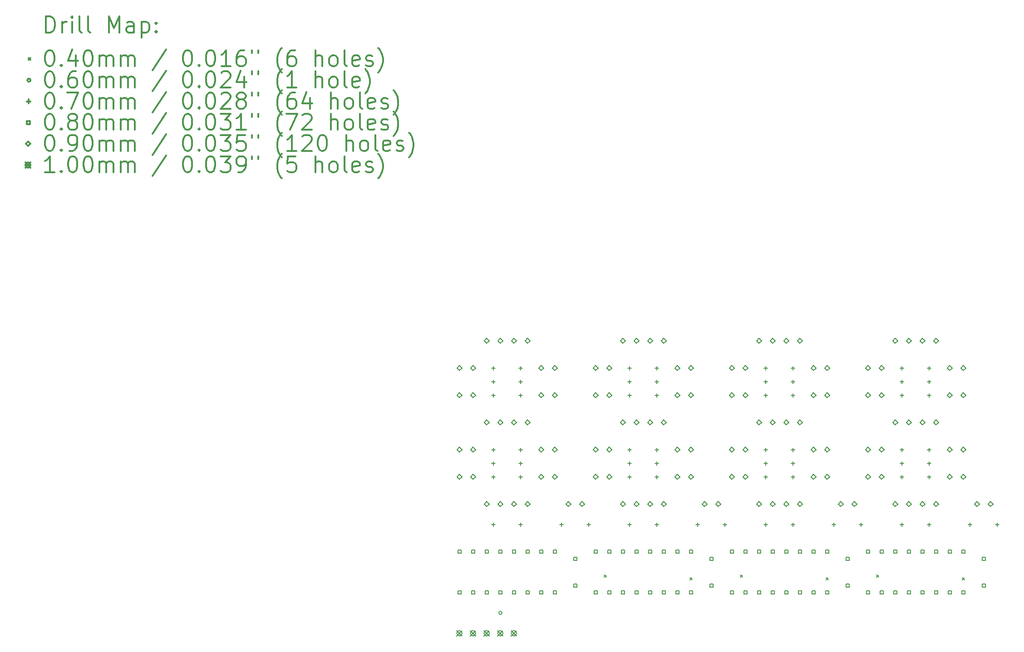
<source format=gbr>
%FSLAX45Y45*%
G04 Gerber Fmt 4.5, Leading zero omitted, Abs format (unit mm)*
G04 Created by KiCad (PCBNEW 5.1.6+dfsg1-1) date 2020-12-16 15:12:25*
%MOMM*%
%LPD*%
G01*
G04 APERTURE LIST*
%ADD10C,0.200000*%
%ADD11C,0.300000*%
G04 APERTURE END LIST*
D10*
X10698800Y-10597200D02*
X10738800Y-10637200D01*
X10738800Y-10597200D02*
X10698800Y-10637200D01*
X12299000Y-10648000D02*
X12339000Y-10688000D01*
X12339000Y-10648000D02*
X12299000Y-10688000D01*
X13238800Y-10597200D02*
X13278800Y-10637200D01*
X13278800Y-10597200D02*
X13238800Y-10637200D01*
X14839000Y-10648000D02*
X14879000Y-10688000D01*
X14879000Y-10648000D02*
X14839000Y-10688000D01*
X15778800Y-10597200D02*
X15818800Y-10637200D01*
X15818800Y-10597200D02*
X15778800Y-10637200D01*
X17379000Y-10648000D02*
X17419000Y-10688000D01*
X17419000Y-10648000D02*
X17379000Y-10688000D01*
X8793000Y-11303000D02*
G75*
G03*
X8793000Y-11303000I-30000J0D01*
G01*
X16256000Y-6696000D02*
X16256000Y-6766000D01*
X16221000Y-6731000D02*
X16291000Y-6731000D01*
X16764000Y-6696000D02*
X16764000Y-6766000D01*
X16729000Y-6731000D02*
X16799000Y-6731000D01*
X13716000Y-8474000D02*
X13716000Y-8544000D01*
X13681000Y-8509000D02*
X13751000Y-8509000D01*
X14224000Y-8474000D02*
X14224000Y-8544000D01*
X14189000Y-8509000D02*
X14259000Y-8509000D01*
X13716000Y-6696000D02*
X13716000Y-6766000D01*
X13681000Y-6731000D02*
X13751000Y-6731000D01*
X14224000Y-6696000D02*
X14224000Y-6766000D01*
X14189000Y-6731000D02*
X14259000Y-6731000D01*
X11176000Y-8728000D02*
X11176000Y-8798000D01*
X11141000Y-8763000D02*
X11211000Y-8763000D01*
X11684000Y-8728000D02*
X11684000Y-8798000D01*
X11649000Y-8763000D02*
X11719000Y-8763000D01*
X13716000Y-6950000D02*
X13716000Y-7020000D01*
X13681000Y-6985000D02*
X13751000Y-6985000D01*
X14224000Y-6950000D02*
X14224000Y-7020000D01*
X14189000Y-6985000D02*
X14259000Y-6985000D01*
X9906000Y-9617000D02*
X9906000Y-9687000D01*
X9871000Y-9652000D02*
X9941000Y-9652000D01*
X10414000Y-9617000D02*
X10414000Y-9687000D01*
X10379000Y-9652000D02*
X10449000Y-9652000D01*
X16256000Y-7204000D02*
X16256000Y-7274000D01*
X16221000Y-7239000D02*
X16291000Y-7239000D01*
X16764000Y-7204000D02*
X16764000Y-7274000D01*
X16729000Y-7239000D02*
X16799000Y-7239000D01*
X13716000Y-8728000D02*
X13716000Y-8798000D01*
X13681000Y-8763000D02*
X13751000Y-8763000D01*
X14224000Y-8728000D02*
X14224000Y-8798000D01*
X14189000Y-8763000D02*
X14259000Y-8763000D01*
X16256000Y-8220000D02*
X16256000Y-8290000D01*
X16221000Y-8255000D02*
X16291000Y-8255000D01*
X16764000Y-8220000D02*
X16764000Y-8290000D01*
X16729000Y-8255000D02*
X16799000Y-8255000D01*
X8636000Y-7204000D02*
X8636000Y-7274000D01*
X8601000Y-7239000D02*
X8671000Y-7239000D01*
X9144000Y-7204000D02*
X9144000Y-7274000D01*
X9109000Y-7239000D02*
X9179000Y-7239000D01*
X8636000Y-8220000D02*
X8636000Y-8290000D01*
X8601000Y-8255000D02*
X8671000Y-8255000D01*
X9144000Y-8220000D02*
X9144000Y-8290000D01*
X9109000Y-8255000D02*
X9179000Y-8255000D01*
X14986000Y-9617000D02*
X14986000Y-9687000D01*
X14951000Y-9652000D02*
X15021000Y-9652000D01*
X15494000Y-9617000D02*
X15494000Y-9687000D01*
X15459000Y-9652000D02*
X15529000Y-9652000D01*
X11176000Y-6696000D02*
X11176000Y-6766000D01*
X11141000Y-6731000D02*
X11211000Y-6731000D01*
X11684000Y-6696000D02*
X11684000Y-6766000D01*
X11649000Y-6731000D02*
X11719000Y-6731000D01*
X11176000Y-9617000D02*
X11176000Y-9687000D01*
X11141000Y-9652000D02*
X11211000Y-9652000D01*
X11684000Y-9617000D02*
X11684000Y-9687000D01*
X11649000Y-9652000D02*
X11719000Y-9652000D01*
X11176000Y-6950000D02*
X11176000Y-7020000D01*
X11141000Y-6985000D02*
X11211000Y-6985000D01*
X11684000Y-6950000D02*
X11684000Y-7020000D01*
X11649000Y-6985000D02*
X11719000Y-6985000D01*
X12446000Y-9617000D02*
X12446000Y-9687000D01*
X12411000Y-9652000D02*
X12481000Y-9652000D01*
X12954000Y-9617000D02*
X12954000Y-9687000D01*
X12919000Y-9652000D02*
X12989000Y-9652000D01*
X11176000Y-8220000D02*
X11176000Y-8290000D01*
X11141000Y-8255000D02*
X11211000Y-8255000D01*
X11684000Y-8220000D02*
X11684000Y-8290000D01*
X11649000Y-8255000D02*
X11719000Y-8255000D01*
X16256000Y-6950000D02*
X16256000Y-7020000D01*
X16221000Y-6985000D02*
X16291000Y-6985000D01*
X16764000Y-6950000D02*
X16764000Y-7020000D01*
X16729000Y-6985000D02*
X16799000Y-6985000D01*
X17526000Y-9617000D02*
X17526000Y-9687000D01*
X17491000Y-9652000D02*
X17561000Y-9652000D01*
X18034000Y-9617000D02*
X18034000Y-9687000D01*
X17999000Y-9652000D02*
X18069000Y-9652000D01*
X16256000Y-8728000D02*
X16256000Y-8798000D01*
X16221000Y-8763000D02*
X16291000Y-8763000D01*
X16764000Y-8728000D02*
X16764000Y-8798000D01*
X16729000Y-8763000D02*
X16799000Y-8763000D01*
X16256000Y-9617000D02*
X16256000Y-9687000D01*
X16221000Y-9652000D02*
X16291000Y-9652000D01*
X16764000Y-9617000D02*
X16764000Y-9687000D01*
X16729000Y-9652000D02*
X16799000Y-9652000D01*
X13716000Y-7204000D02*
X13716000Y-7274000D01*
X13681000Y-7239000D02*
X13751000Y-7239000D01*
X14224000Y-7204000D02*
X14224000Y-7274000D01*
X14189000Y-7239000D02*
X14259000Y-7239000D01*
X8636000Y-9617000D02*
X8636000Y-9687000D01*
X8601000Y-9652000D02*
X8671000Y-9652000D01*
X9144000Y-9617000D02*
X9144000Y-9687000D01*
X9109000Y-9652000D02*
X9179000Y-9652000D01*
X11176000Y-8474000D02*
X11176000Y-8544000D01*
X11141000Y-8509000D02*
X11211000Y-8509000D01*
X11684000Y-8474000D02*
X11684000Y-8544000D01*
X11649000Y-8509000D02*
X11719000Y-8509000D01*
X11176000Y-7204000D02*
X11176000Y-7274000D01*
X11141000Y-7239000D02*
X11211000Y-7239000D01*
X11684000Y-7204000D02*
X11684000Y-7274000D01*
X11649000Y-7239000D02*
X11719000Y-7239000D01*
X8636000Y-8728000D02*
X8636000Y-8798000D01*
X8601000Y-8763000D02*
X8671000Y-8763000D01*
X9144000Y-8728000D02*
X9144000Y-8798000D01*
X9109000Y-8763000D02*
X9179000Y-8763000D01*
X13716000Y-8220000D02*
X13716000Y-8290000D01*
X13681000Y-8255000D02*
X13751000Y-8255000D01*
X14224000Y-8220000D02*
X14224000Y-8290000D01*
X14189000Y-8255000D02*
X14259000Y-8255000D01*
X8636000Y-6696000D02*
X8636000Y-6766000D01*
X8601000Y-6731000D02*
X8671000Y-6731000D01*
X9144000Y-6696000D02*
X9144000Y-6766000D01*
X9109000Y-6731000D02*
X9179000Y-6731000D01*
X8636000Y-8474000D02*
X8636000Y-8544000D01*
X8601000Y-8509000D02*
X8671000Y-8509000D01*
X9144000Y-8474000D02*
X9144000Y-8544000D01*
X9109000Y-8509000D02*
X9179000Y-8509000D01*
X8636000Y-6950000D02*
X8636000Y-7020000D01*
X8601000Y-6985000D02*
X8671000Y-6985000D01*
X9144000Y-6950000D02*
X9144000Y-7020000D01*
X9109000Y-6985000D02*
X9179000Y-6985000D01*
X16256000Y-8474000D02*
X16256000Y-8544000D01*
X16221000Y-8509000D02*
X16291000Y-8509000D01*
X16764000Y-8474000D02*
X16764000Y-8544000D01*
X16729000Y-8509000D02*
X16799000Y-8509000D01*
X13716000Y-9617000D02*
X13716000Y-9687000D01*
X13681000Y-9652000D02*
X13751000Y-9652000D01*
X14224000Y-9617000D02*
X14224000Y-9687000D01*
X14189000Y-9652000D02*
X14259000Y-9652000D01*
X10569285Y-10188285D02*
X10569285Y-10131716D01*
X10512716Y-10131716D01*
X10512716Y-10188285D01*
X10569285Y-10188285D01*
X10569285Y-10950285D02*
X10569285Y-10893716D01*
X10512716Y-10893716D01*
X10512716Y-10950285D01*
X10569285Y-10950285D01*
X10823285Y-10188285D02*
X10823285Y-10131716D01*
X10766716Y-10131716D01*
X10766716Y-10188285D01*
X10823285Y-10188285D01*
X10823285Y-10950285D02*
X10823285Y-10893716D01*
X10766716Y-10893716D01*
X10766716Y-10950285D01*
X10823285Y-10950285D01*
X11077285Y-10188285D02*
X11077285Y-10131716D01*
X11020716Y-10131716D01*
X11020716Y-10188285D01*
X11077285Y-10188285D01*
X11077285Y-10950285D02*
X11077285Y-10893716D01*
X11020716Y-10893716D01*
X11020716Y-10950285D01*
X11077285Y-10950285D01*
X11331284Y-10188285D02*
X11331284Y-10131716D01*
X11274715Y-10131716D01*
X11274715Y-10188285D01*
X11331284Y-10188285D01*
X11331284Y-10950285D02*
X11331284Y-10893716D01*
X11274715Y-10893716D01*
X11274715Y-10950285D01*
X11331284Y-10950285D01*
X11585284Y-10188285D02*
X11585284Y-10131716D01*
X11528715Y-10131716D01*
X11528715Y-10188285D01*
X11585284Y-10188285D01*
X11585284Y-10950285D02*
X11585284Y-10893716D01*
X11528715Y-10893716D01*
X11528715Y-10950285D01*
X11585284Y-10950285D01*
X11839284Y-10188285D02*
X11839284Y-10131716D01*
X11782715Y-10131716D01*
X11782715Y-10188285D01*
X11839284Y-10188285D01*
X11839284Y-10950285D02*
X11839284Y-10893716D01*
X11782715Y-10893716D01*
X11782715Y-10950285D01*
X11839284Y-10950285D01*
X12093284Y-10188285D02*
X12093284Y-10131716D01*
X12036715Y-10131716D01*
X12036715Y-10188285D01*
X12093284Y-10188285D01*
X12093284Y-10950285D02*
X12093284Y-10893716D01*
X12036715Y-10893716D01*
X12036715Y-10950285D01*
X12093284Y-10950285D01*
X12347284Y-10188285D02*
X12347284Y-10131716D01*
X12290715Y-10131716D01*
X12290715Y-10188285D01*
X12347284Y-10188285D01*
X12347284Y-10950285D02*
X12347284Y-10893716D01*
X12290715Y-10893716D01*
X12290715Y-10950285D01*
X12347284Y-10950285D01*
X10188285Y-10323285D02*
X10188285Y-10266716D01*
X10131716Y-10266716D01*
X10131716Y-10323285D01*
X10188285Y-10323285D01*
X10188285Y-10823285D02*
X10188285Y-10766716D01*
X10131716Y-10766716D01*
X10131716Y-10823285D01*
X10188285Y-10823285D01*
X13109284Y-10188285D02*
X13109284Y-10131716D01*
X13052715Y-10131716D01*
X13052715Y-10188285D01*
X13109284Y-10188285D01*
X13109284Y-10950285D02*
X13109284Y-10893716D01*
X13052715Y-10893716D01*
X13052715Y-10950285D01*
X13109284Y-10950285D01*
X13363284Y-10188285D02*
X13363284Y-10131716D01*
X13306715Y-10131716D01*
X13306715Y-10188285D01*
X13363284Y-10188285D01*
X13363284Y-10950285D02*
X13363284Y-10893716D01*
X13306715Y-10893716D01*
X13306715Y-10950285D01*
X13363284Y-10950285D01*
X13617284Y-10188285D02*
X13617284Y-10131716D01*
X13560715Y-10131716D01*
X13560715Y-10188285D01*
X13617284Y-10188285D01*
X13617284Y-10950285D02*
X13617284Y-10893716D01*
X13560715Y-10893716D01*
X13560715Y-10950285D01*
X13617284Y-10950285D01*
X13871284Y-10188285D02*
X13871284Y-10131716D01*
X13814715Y-10131716D01*
X13814715Y-10188285D01*
X13871284Y-10188285D01*
X13871284Y-10950285D02*
X13871284Y-10893716D01*
X13814715Y-10893716D01*
X13814715Y-10950285D01*
X13871284Y-10950285D01*
X14125284Y-10188285D02*
X14125284Y-10131716D01*
X14068715Y-10131716D01*
X14068715Y-10188285D01*
X14125284Y-10188285D01*
X14125284Y-10950285D02*
X14125284Y-10893716D01*
X14068715Y-10893716D01*
X14068715Y-10950285D01*
X14125284Y-10950285D01*
X14379284Y-10188285D02*
X14379284Y-10131716D01*
X14322715Y-10131716D01*
X14322715Y-10188285D01*
X14379284Y-10188285D01*
X14379284Y-10950285D02*
X14379284Y-10893716D01*
X14322715Y-10893716D01*
X14322715Y-10950285D01*
X14379284Y-10950285D01*
X14633284Y-10188285D02*
X14633284Y-10131716D01*
X14576715Y-10131716D01*
X14576715Y-10188285D01*
X14633284Y-10188285D01*
X14633284Y-10950285D02*
X14633284Y-10893716D01*
X14576715Y-10893716D01*
X14576715Y-10950285D01*
X14633284Y-10950285D01*
X14887284Y-10188285D02*
X14887284Y-10131716D01*
X14830715Y-10131716D01*
X14830715Y-10188285D01*
X14887284Y-10188285D01*
X14887284Y-10950285D02*
X14887284Y-10893716D01*
X14830715Y-10893716D01*
X14830715Y-10950285D01*
X14887284Y-10950285D01*
X8029284Y-10188285D02*
X8029284Y-10131716D01*
X7972715Y-10131716D01*
X7972715Y-10188285D01*
X8029284Y-10188285D01*
X8029284Y-10950285D02*
X8029284Y-10893716D01*
X7972715Y-10893716D01*
X7972715Y-10950285D01*
X8029284Y-10950285D01*
X8283284Y-10188285D02*
X8283284Y-10131716D01*
X8226715Y-10131716D01*
X8226715Y-10188285D01*
X8283284Y-10188285D01*
X8283284Y-10950285D02*
X8283284Y-10893716D01*
X8226715Y-10893716D01*
X8226715Y-10950285D01*
X8283284Y-10950285D01*
X8537285Y-10188285D02*
X8537285Y-10131716D01*
X8480716Y-10131716D01*
X8480716Y-10188285D01*
X8537285Y-10188285D01*
X8537285Y-10950285D02*
X8537285Y-10893716D01*
X8480716Y-10893716D01*
X8480716Y-10950285D01*
X8537285Y-10950285D01*
X8791285Y-10188285D02*
X8791285Y-10131716D01*
X8734716Y-10131716D01*
X8734716Y-10188285D01*
X8791285Y-10188285D01*
X8791285Y-10950285D02*
X8791285Y-10893716D01*
X8734716Y-10893716D01*
X8734716Y-10950285D01*
X8791285Y-10950285D01*
X9045285Y-10188285D02*
X9045285Y-10131716D01*
X8988716Y-10131716D01*
X8988716Y-10188285D01*
X9045285Y-10188285D01*
X9045285Y-10950285D02*
X9045285Y-10893716D01*
X8988716Y-10893716D01*
X8988716Y-10950285D01*
X9045285Y-10950285D01*
X9299285Y-10188285D02*
X9299285Y-10131716D01*
X9242716Y-10131716D01*
X9242716Y-10188285D01*
X9299285Y-10188285D01*
X9299285Y-10950285D02*
X9299285Y-10893716D01*
X9242716Y-10893716D01*
X9242716Y-10950285D01*
X9299285Y-10950285D01*
X9553285Y-10188285D02*
X9553285Y-10131716D01*
X9496716Y-10131716D01*
X9496716Y-10188285D01*
X9553285Y-10188285D01*
X9553285Y-10950285D02*
X9553285Y-10893716D01*
X9496716Y-10893716D01*
X9496716Y-10950285D01*
X9553285Y-10950285D01*
X9807285Y-10188285D02*
X9807285Y-10131716D01*
X9750716Y-10131716D01*
X9750716Y-10188285D01*
X9807285Y-10188285D01*
X9807285Y-10950285D02*
X9807285Y-10893716D01*
X9750716Y-10893716D01*
X9750716Y-10950285D01*
X9807285Y-10950285D01*
X15649284Y-10188285D02*
X15649284Y-10131716D01*
X15592715Y-10131716D01*
X15592715Y-10188285D01*
X15649284Y-10188285D01*
X15649284Y-10950285D02*
X15649284Y-10893716D01*
X15592715Y-10893716D01*
X15592715Y-10950285D01*
X15649284Y-10950285D01*
X15903284Y-10188285D02*
X15903284Y-10131716D01*
X15846715Y-10131716D01*
X15846715Y-10188285D01*
X15903284Y-10188285D01*
X15903284Y-10950285D02*
X15903284Y-10893716D01*
X15846715Y-10893716D01*
X15846715Y-10950285D01*
X15903284Y-10950285D01*
X16157284Y-10188285D02*
X16157284Y-10131716D01*
X16100715Y-10131716D01*
X16100715Y-10188285D01*
X16157284Y-10188285D01*
X16157284Y-10950285D02*
X16157284Y-10893716D01*
X16100715Y-10893716D01*
X16100715Y-10950285D01*
X16157284Y-10950285D01*
X16411284Y-10188285D02*
X16411284Y-10131716D01*
X16354715Y-10131716D01*
X16354715Y-10188285D01*
X16411284Y-10188285D01*
X16411284Y-10950285D02*
X16411284Y-10893716D01*
X16354715Y-10893716D01*
X16354715Y-10950285D01*
X16411284Y-10950285D01*
X16665284Y-10188285D02*
X16665284Y-10131716D01*
X16608715Y-10131716D01*
X16608715Y-10188285D01*
X16665284Y-10188285D01*
X16665284Y-10950285D02*
X16665284Y-10893716D01*
X16608715Y-10893716D01*
X16608715Y-10950285D01*
X16665284Y-10950285D01*
X16919285Y-10188285D02*
X16919285Y-10131716D01*
X16862716Y-10131716D01*
X16862716Y-10188285D01*
X16919285Y-10188285D01*
X16919285Y-10950285D02*
X16919285Y-10893716D01*
X16862716Y-10893716D01*
X16862716Y-10950285D01*
X16919285Y-10950285D01*
X17173285Y-10188285D02*
X17173285Y-10131716D01*
X17116716Y-10131716D01*
X17116716Y-10188285D01*
X17173285Y-10188285D01*
X17173285Y-10950285D02*
X17173285Y-10893716D01*
X17116716Y-10893716D01*
X17116716Y-10950285D01*
X17173285Y-10950285D01*
X17427285Y-10188285D02*
X17427285Y-10131716D01*
X17370716Y-10131716D01*
X17370716Y-10188285D01*
X17427285Y-10188285D01*
X17427285Y-10950285D02*
X17427285Y-10893716D01*
X17370716Y-10893716D01*
X17370716Y-10950285D01*
X17427285Y-10950285D01*
X17808285Y-10323285D02*
X17808285Y-10266716D01*
X17751716Y-10266716D01*
X17751716Y-10323285D01*
X17808285Y-10323285D01*
X17808285Y-10823285D02*
X17808285Y-10766716D01*
X17751716Y-10766716D01*
X17751716Y-10823285D01*
X17808285Y-10823285D01*
X12728284Y-10323285D02*
X12728284Y-10266716D01*
X12671715Y-10266716D01*
X12671715Y-10323285D01*
X12728284Y-10323285D01*
X12728284Y-10823285D02*
X12728284Y-10766716D01*
X12671715Y-10766716D01*
X12671715Y-10823285D01*
X12728284Y-10823285D01*
X15268284Y-10323285D02*
X15268284Y-10266716D01*
X15211715Y-10266716D01*
X15211715Y-10323285D01*
X15268284Y-10323285D01*
X15268284Y-10823285D02*
X15268284Y-10766716D01*
X15211715Y-10766716D01*
X15211715Y-10823285D01*
X15268284Y-10823285D01*
X15621000Y-7284000D02*
X15666000Y-7239000D01*
X15621000Y-7194000D01*
X15576000Y-7239000D01*
X15621000Y-7284000D01*
X15875000Y-7284000D02*
X15920000Y-7239000D01*
X15875000Y-7194000D01*
X15830000Y-7239000D01*
X15875000Y-7284000D01*
X11557000Y-7792000D02*
X11602000Y-7747000D01*
X11557000Y-7702000D01*
X11512000Y-7747000D01*
X11557000Y-7792000D01*
X11811000Y-7792000D02*
X11856000Y-7747000D01*
X11811000Y-7702000D01*
X11766000Y-7747000D01*
X11811000Y-7792000D01*
X17145000Y-8808000D02*
X17190000Y-8763000D01*
X17145000Y-8718000D01*
X17100000Y-8763000D01*
X17145000Y-8808000D01*
X17399000Y-8808000D02*
X17444000Y-8763000D01*
X17399000Y-8718000D01*
X17354000Y-8763000D01*
X17399000Y-8808000D01*
X16637000Y-7792000D02*
X16682000Y-7747000D01*
X16637000Y-7702000D01*
X16592000Y-7747000D01*
X16637000Y-7792000D01*
X16891000Y-7792000D02*
X16936000Y-7747000D01*
X16891000Y-7702000D01*
X16846000Y-7747000D01*
X16891000Y-7792000D01*
X10033000Y-9316000D02*
X10078000Y-9271000D01*
X10033000Y-9226000D01*
X9988000Y-9271000D01*
X10033000Y-9316000D01*
X10287000Y-9316000D02*
X10332000Y-9271000D01*
X10287000Y-9226000D01*
X10242000Y-9271000D01*
X10287000Y-9316000D01*
X11557000Y-6268000D02*
X11602000Y-6223000D01*
X11557000Y-6178000D01*
X11512000Y-6223000D01*
X11557000Y-6268000D01*
X11811000Y-6268000D02*
X11856000Y-6223000D01*
X11811000Y-6178000D01*
X11766000Y-6223000D01*
X11811000Y-6268000D01*
X10541000Y-7284000D02*
X10586000Y-7239000D01*
X10541000Y-7194000D01*
X10496000Y-7239000D01*
X10541000Y-7284000D01*
X10795000Y-7284000D02*
X10840000Y-7239000D01*
X10795000Y-7194000D01*
X10750000Y-7239000D01*
X10795000Y-7284000D01*
X11557000Y-9316000D02*
X11602000Y-9271000D01*
X11557000Y-9226000D01*
X11512000Y-9271000D01*
X11557000Y-9316000D01*
X11811000Y-9316000D02*
X11856000Y-9271000D01*
X11811000Y-9226000D01*
X11766000Y-9271000D01*
X11811000Y-9316000D01*
X14605000Y-8808000D02*
X14650000Y-8763000D01*
X14605000Y-8718000D01*
X14560000Y-8763000D01*
X14605000Y-8808000D01*
X14859000Y-8808000D02*
X14904000Y-8763000D01*
X14859000Y-8718000D01*
X14814000Y-8763000D01*
X14859000Y-8808000D01*
X13081000Y-6776000D02*
X13126000Y-6731000D01*
X13081000Y-6686000D01*
X13036000Y-6731000D01*
X13081000Y-6776000D01*
X13335000Y-6776000D02*
X13380000Y-6731000D01*
X13335000Y-6686000D01*
X13290000Y-6731000D01*
X13335000Y-6776000D01*
X9525000Y-7284000D02*
X9570000Y-7239000D01*
X9525000Y-7194000D01*
X9480000Y-7239000D01*
X9525000Y-7284000D01*
X9779000Y-7284000D02*
X9824000Y-7239000D01*
X9779000Y-7194000D01*
X9734000Y-7239000D01*
X9779000Y-7284000D01*
X10541000Y-6776000D02*
X10586000Y-6731000D01*
X10541000Y-6686000D01*
X10496000Y-6731000D01*
X10541000Y-6776000D01*
X10795000Y-6776000D02*
X10840000Y-6731000D01*
X10795000Y-6686000D01*
X10750000Y-6731000D01*
X10795000Y-6776000D01*
X14605000Y-8300000D02*
X14650000Y-8255000D01*
X14605000Y-8210000D01*
X14560000Y-8255000D01*
X14605000Y-8300000D01*
X14859000Y-8300000D02*
X14904000Y-8255000D01*
X14859000Y-8210000D01*
X14814000Y-8255000D01*
X14859000Y-8300000D01*
X10541000Y-8808000D02*
X10586000Y-8763000D01*
X10541000Y-8718000D01*
X10496000Y-8763000D01*
X10541000Y-8808000D01*
X10795000Y-8808000D02*
X10840000Y-8763000D01*
X10795000Y-8718000D01*
X10750000Y-8763000D01*
X10795000Y-8808000D01*
X15621000Y-6776000D02*
X15666000Y-6731000D01*
X15621000Y-6686000D01*
X15576000Y-6731000D01*
X15621000Y-6776000D01*
X15875000Y-6776000D02*
X15920000Y-6731000D01*
X15875000Y-6686000D01*
X15830000Y-6731000D01*
X15875000Y-6776000D01*
X8509000Y-7792000D02*
X8554000Y-7747000D01*
X8509000Y-7702000D01*
X8464000Y-7747000D01*
X8509000Y-7792000D01*
X8763000Y-7792000D02*
X8808000Y-7747000D01*
X8763000Y-7702000D01*
X8718000Y-7747000D01*
X8763000Y-7792000D01*
X11049000Y-7792000D02*
X11094000Y-7747000D01*
X11049000Y-7702000D01*
X11004000Y-7747000D01*
X11049000Y-7792000D01*
X11303000Y-7792000D02*
X11348000Y-7747000D01*
X11303000Y-7702000D01*
X11258000Y-7747000D01*
X11303000Y-7792000D01*
X15113000Y-9316000D02*
X15158000Y-9271000D01*
X15113000Y-9226000D01*
X15068000Y-9271000D01*
X15113000Y-9316000D01*
X15367000Y-9316000D02*
X15412000Y-9271000D01*
X15367000Y-9226000D01*
X15322000Y-9271000D01*
X15367000Y-9316000D01*
X15621000Y-8300000D02*
X15666000Y-8255000D01*
X15621000Y-8210000D01*
X15576000Y-8255000D01*
X15621000Y-8300000D01*
X15875000Y-8300000D02*
X15920000Y-8255000D01*
X15875000Y-8210000D01*
X15830000Y-8255000D01*
X15875000Y-8300000D01*
X13081000Y-8808000D02*
X13126000Y-8763000D01*
X13081000Y-8718000D01*
X13036000Y-8763000D01*
X13081000Y-8808000D01*
X13335000Y-8808000D02*
X13380000Y-8763000D01*
X13335000Y-8718000D01*
X13290000Y-8763000D01*
X13335000Y-8808000D01*
X14097000Y-7792000D02*
X14142000Y-7747000D01*
X14097000Y-7702000D01*
X14052000Y-7747000D01*
X14097000Y-7792000D01*
X14351000Y-7792000D02*
X14396000Y-7747000D01*
X14351000Y-7702000D01*
X14306000Y-7747000D01*
X14351000Y-7792000D01*
X11049000Y-6268000D02*
X11094000Y-6223000D01*
X11049000Y-6178000D01*
X11004000Y-6223000D01*
X11049000Y-6268000D01*
X11303000Y-6268000D02*
X11348000Y-6223000D01*
X11303000Y-6178000D01*
X11258000Y-6223000D01*
X11303000Y-6268000D01*
X16637000Y-6268000D02*
X16682000Y-6223000D01*
X16637000Y-6178000D01*
X16592000Y-6223000D01*
X16637000Y-6268000D01*
X16891000Y-6268000D02*
X16936000Y-6223000D01*
X16891000Y-6178000D01*
X16846000Y-6223000D01*
X16891000Y-6268000D01*
X9525000Y-8300000D02*
X9570000Y-8255000D01*
X9525000Y-8210000D01*
X9480000Y-8255000D01*
X9525000Y-8300000D01*
X9779000Y-8300000D02*
X9824000Y-8255000D01*
X9779000Y-8210000D01*
X9734000Y-8255000D01*
X9779000Y-8300000D01*
X8001000Y-8300000D02*
X8046000Y-8255000D01*
X8001000Y-8210000D01*
X7956000Y-8255000D01*
X8001000Y-8300000D01*
X8255000Y-8300000D02*
X8300000Y-8255000D01*
X8255000Y-8210000D01*
X8210000Y-8255000D01*
X8255000Y-8300000D01*
X9525000Y-6776000D02*
X9570000Y-6731000D01*
X9525000Y-6686000D01*
X9480000Y-6731000D01*
X9525000Y-6776000D01*
X9779000Y-6776000D02*
X9824000Y-6731000D01*
X9779000Y-6686000D01*
X9734000Y-6731000D01*
X9779000Y-6776000D01*
X12573000Y-9316000D02*
X12618000Y-9271000D01*
X12573000Y-9226000D01*
X12528000Y-9271000D01*
X12573000Y-9316000D01*
X12827000Y-9316000D02*
X12872000Y-9271000D01*
X12827000Y-9226000D01*
X12782000Y-9271000D01*
X12827000Y-9316000D01*
X11049000Y-9316000D02*
X11094000Y-9271000D01*
X11049000Y-9226000D01*
X11004000Y-9271000D01*
X11049000Y-9316000D01*
X11303000Y-9316000D02*
X11348000Y-9271000D01*
X11303000Y-9226000D01*
X11258000Y-9271000D01*
X11303000Y-9316000D01*
X13081000Y-7284000D02*
X13126000Y-7239000D01*
X13081000Y-7194000D01*
X13036000Y-7239000D01*
X13081000Y-7284000D01*
X13335000Y-7284000D02*
X13380000Y-7239000D01*
X13335000Y-7194000D01*
X13290000Y-7239000D01*
X13335000Y-7284000D01*
X15621000Y-8808000D02*
X15666000Y-8763000D01*
X15621000Y-8718000D01*
X15576000Y-8763000D01*
X15621000Y-8808000D01*
X15875000Y-8808000D02*
X15920000Y-8763000D01*
X15875000Y-8718000D01*
X15830000Y-8763000D01*
X15875000Y-8808000D01*
X10541000Y-8300000D02*
X10586000Y-8255000D01*
X10541000Y-8210000D01*
X10496000Y-8255000D01*
X10541000Y-8300000D01*
X10795000Y-8300000D02*
X10840000Y-8255000D01*
X10795000Y-8210000D01*
X10750000Y-8255000D01*
X10795000Y-8300000D01*
X8001000Y-6776000D02*
X8046000Y-6731000D01*
X8001000Y-6686000D01*
X7956000Y-6731000D01*
X8001000Y-6776000D01*
X8255000Y-6776000D02*
X8300000Y-6731000D01*
X8255000Y-6686000D01*
X8210000Y-6731000D01*
X8255000Y-6776000D01*
X13589000Y-7792000D02*
X13634000Y-7747000D01*
X13589000Y-7702000D01*
X13544000Y-7747000D01*
X13589000Y-7792000D01*
X13843000Y-7792000D02*
X13888000Y-7747000D01*
X13843000Y-7702000D01*
X13798000Y-7747000D01*
X13843000Y-7792000D01*
X8509000Y-6268000D02*
X8554000Y-6223000D01*
X8509000Y-6178000D01*
X8464000Y-6223000D01*
X8509000Y-6268000D01*
X8763000Y-6268000D02*
X8808000Y-6223000D01*
X8763000Y-6178000D01*
X8718000Y-6223000D01*
X8763000Y-6268000D01*
X17145000Y-6776000D02*
X17190000Y-6731000D01*
X17145000Y-6686000D01*
X17100000Y-6731000D01*
X17145000Y-6776000D01*
X17399000Y-6776000D02*
X17444000Y-6731000D01*
X17399000Y-6686000D01*
X17354000Y-6731000D01*
X17399000Y-6776000D01*
X13589000Y-6268000D02*
X13634000Y-6223000D01*
X13589000Y-6178000D01*
X13544000Y-6223000D01*
X13589000Y-6268000D01*
X13843000Y-6268000D02*
X13888000Y-6223000D01*
X13843000Y-6178000D01*
X13798000Y-6223000D01*
X13843000Y-6268000D01*
X14097000Y-9316000D02*
X14142000Y-9271000D01*
X14097000Y-9226000D01*
X14052000Y-9271000D01*
X14097000Y-9316000D01*
X14351000Y-9316000D02*
X14396000Y-9271000D01*
X14351000Y-9226000D01*
X14306000Y-9271000D01*
X14351000Y-9316000D01*
X13081000Y-8300000D02*
X13126000Y-8255000D01*
X13081000Y-8210000D01*
X13036000Y-8255000D01*
X13081000Y-8300000D01*
X13335000Y-8300000D02*
X13380000Y-8255000D01*
X13335000Y-8210000D01*
X13290000Y-8255000D01*
X13335000Y-8300000D01*
X9525000Y-8808000D02*
X9570000Y-8763000D01*
X9525000Y-8718000D01*
X9480000Y-8763000D01*
X9525000Y-8808000D01*
X9779000Y-8808000D02*
X9824000Y-8763000D01*
X9779000Y-8718000D01*
X9734000Y-8763000D01*
X9779000Y-8808000D01*
X9017000Y-7792000D02*
X9062000Y-7747000D01*
X9017000Y-7702000D01*
X8972000Y-7747000D01*
X9017000Y-7792000D01*
X9271000Y-7792000D02*
X9316000Y-7747000D01*
X9271000Y-7702000D01*
X9226000Y-7747000D01*
X9271000Y-7792000D01*
X8001000Y-7284000D02*
X8046000Y-7239000D01*
X8001000Y-7194000D01*
X7956000Y-7239000D01*
X8001000Y-7284000D01*
X8255000Y-7284000D02*
X8300000Y-7239000D01*
X8255000Y-7194000D01*
X8210000Y-7239000D01*
X8255000Y-7284000D01*
X17145000Y-8300000D02*
X17190000Y-8255000D01*
X17145000Y-8210000D01*
X17100000Y-8255000D01*
X17145000Y-8300000D01*
X17399000Y-8300000D02*
X17444000Y-8255000D01*
X17399000Y-8210000D01*
X17354000Y-8255000D01*
X17399000Y-8300000D01*
X16129000Y-7792000D02*
X16174000Y-7747000D01*
X16129000Y-7702000D01*
X16084000Y-7747000D01*
X16129000Y-7792000D01*
X16383000Y-7792000D02*
X16428000Y-7747000D01*
X16383000Y-7702000D01*
X16338000Y-7747000D01*
X16383000Y-7792000D01*
X8001000Y-8808000D02*
X8046000Y-8763000D01*
X8001000Y-8718000D01*
X7956000Y-8763000D01*
X8001000Y-8808000D01*
X8255000Y-8808000D02*
X8300000Y-8763000D01*
X8255000Y-8718000D01*
X8210000Y-8763000D01*
X8255000Y-8808000D01*
X12065000Y-8808000D02*
X12110000Y-8763000D01*
X12065000Y-8718000D01*
X12020000Y-8763000D01*
X12065000Y-8808000D01*
X12319000Y-8808000D02*
X12364000Y-8763000D01*
X12319000Y-8718000D01*
X12274000Y-8763000D01*
X12319000Y-8808000D01*
X14605000Y-7284000D02*
X14650000Y-7239000D01*
X14605000Y-7194000D01*
X14560000Y-7239000D01*
X14605000Y-7284000D01*
X14859000Y-7284000D02*
X14904000Y-7239000D01*
X14859000Y-7194000D01*
X14814000Y-7239000D01*
X14859000Y-7284000D01*
X13589000Y-9316000D02*
X13634000Y-9271000D01*
X13589000Y-9226000D01*
X13544000Y-9271000D01*
X13589000Y-9316000D01*
X13843000Y-9316000D02*
X13888000Y-9271000D01*
X13843000Y-9226000D01*
X13798000Y-9271000D01*
X13843000Y-9316000D01*
X17653000Y-9316000D02*
X17698000Y-9271000D01*
X17653000Y-9226000D01*
X17608000Y-9271000D01*
X17653000Y-9316000D01*
X17907000Y-9316000D02*
X17952000Y-9271000D01*
X17907000Y-9226000D01*
X17862000Y-9271000D01*
X17907000Y-9316000D01*
X14605000Y-6776000D02*
X14650000Y-6731000D01*
X14605000Y-6686000D01*
X14560000Y-6731000D01*
X14605000Y-6776000D01*
X14859000Y-6776000D02*
X14904000Y-6731000D01*
X14859000Y-6686000D01*
X14814000Y-6731000D01*
X14859000Y-6776000D01*
X12065000Y-7284000D02*
X12110000Y-7239000D01*
X12065000Y-7194000D01*
X12020000Y-7239000D01*
X12065000Y-7284000D01*
X12319000Y-7284000D02*
X12364000Y-7239000D01*
X12319000Y-7194000D01*
X12274000Y-7239000D01*
X12319000Y-7284000D01*
X12065000Y-8300000D02*
X12110000Y-8255000D01*
X12065000Y-8210000D01*
X12020000Y-8255000D01*
X12065000Y-8300000D01*
X12319000Y-8300000D02*
X12364000Y-8255000D01*
X12319000Y-8210000D01*
X12274000Y-8255000D01*
X12319000Y-8300000D01*
X12065000Y-6776000D02*
X12110000Y-6731000D01*
X12065000Y-6686000D01*
X12020000Y-6731000D01*
X12065000Y-6776000D01*
X12319000Y-6776000D02*
X12364000Y-6731000D01*
X12319000Y-6686000D01*
X12274000Y-6731000D01*
X12319000Y-6776000D01*
X16129000Y-6268000D02*
X16174000Y-6223000D01*
X16129000Y-6178000D01*
X16084000Y-6223000D01*
X16129000Y-6268000D01*
X16383000Y-6268000D02*
X16428000Y-6223000D01*
X16383000Y-6178000D01*
X16338000Y-6223000D01*
X16383000Y-6268000D01*
X14097000Y-6268000D02*
X14142000Y-6223000D01*
X14097000Y-6178000D01*
X14052000Y-6223000D01*
X14097000Y-6268000D01*
X14351000Y-6268000D02*
X14396000Y-6223000D01*
X14351000Y-6178000D01*
X14306000Y-6223000D01*
X14351000Y-6268000D01*
X16637000Y-9316000D02*
X16682000Y-9271000D01*
X16637000Y-9226000D01*
X16592000Y-9271000D01*
X16637000Y-9316000D01*
X16891000Y-9316000D02*
X16936000Y-9271000D01*
X16891000Y-9226000D01*
X16846000Y-9271000D01*
X16891000Y-9316000D01*
X9017000Y-9316000D02*
X9062000Y-9271000D01*
X9017000Y-9226000D01*
X8972000Y-9271000D01*
X9017000Y-9316000D01*
X9271000Y-9316000D02*
X9316000Y-9271000D01*
X9271000Y-9226000D01*
X9226000Y-9271000D01*
X9271000Y-9316000D01*
X17145000Y-7284000D02*
X17190000Y-7239000D01*
X17145000Y-7194000D01*
X17100000Y-7239000D01*
X17145000Y-7284000D01*
X17399000Y-7284000D02*
X17444000Y-7239000D01*
X17399000Y-7194000D01*
X17354000Y-7239000D01*
X17399000Y-7284000D01*
X8509000Y-9316000D02*
X8554000Y-9271000D01*
X8509000Y-9226000D01*
X8464000Y-9271000D01*
X8509000Y-9316000D01*
X8763000Y-9316000D02*
X8808000Y-9271000D01*
X8763000Y-9226000D01*
X8718000Y-9271000D01*
X8763000Y-9316000D01*
X16129000Y-9316000D02*
X16174000Y-9271000D01*
X16129000Y-9226000D01*
X16084000Y-9271000D01*
X16129000Y-9316000D01*
X16383000Y-9316000D02*
X16428000Y-9271000D01*
X16383000Y-9226000D01*
X16338000Y-9271000D01*
X16383000Y-9316000D01*
X9017000Y-6268000D02*
X9062000Y-6223000D01*
X9017000Y-6178000D01*
X8972000Y-6223000D01*
X9017000Y-6268000D01*
X9271000Y-6268000D02*
X9316000Y-6223000D01*
X9271000Y-6178000D01*
X9226000Y-6223000D01*
X9271000Y-6268000D01*
X7951000Y-11634000D02*
X8051000Y-11734000D01*
X8051000Y-11634000D02*
X7951000Y-11734000D01*
X8051000Y-11684000D02*
G75*
G03*
X8051000Y-11684000I-50000J0D01*
G01*
X8205000Y-11634000D02*
X8305000Y-11734000D01*
X8305000Y-11634000D02*
X8205000Y-11734000D01*
X8305000Y-11684000D02*
G75*
G03*
X8305000Y-11684000I-50000J0D01*
G01*
X8459000Y-11634000D02*
X8559000Y-11734000D01*
X8559000Y-11634000D02*
X8459000Y-11734000D01*
X8559000Y-11684000D02*
G75*
G03*
X8559000Y-11684000I-50000J0D01*
G01*
X8713000Y-11634000D02*
X8813000Y-11734000D01*
X8813000Y-11634000D02*
X8713000Y-11734000D01*
X8813000Y-11684000D02*
G75*
G03*
X8813000Y-11684000I-50000J0D01*
G01*
X8967000Y-11634000D02*
X9067000Y-11734000D01*
X9067000Y-11634000D02*
X8967000Y-11734000D01*
X9067000Y-11684000D02*
G75*
G03*
X9067000Y-11684000I-50000J0D01*
G01*
D11*
X286429Y-465714D02*
X286429Y-165714D01*
X357857Y-165714D01*
X400714Y-180000D01*
X429286Y-208571D01*
X443571Y-237143D01*
X457857Y-294286D01*
X457857Y-337143D01*
X443571Y-394286D01*
X429286Y-422857D01*
X400714Y-451428D01*
X357857Y-465714D01*
X286429Y-465714D01*
X586429Y-465714D02*
X586429Y-265714D01*
X586429Y-322857D02*
X600714Y-294286D01*
X615000Y-280000D01*
X643571Y-265714D01*
X672143Y-265714D01*
X772143Y-465714D02*
X772143Y-265714D01*
X772143Y-165714D02*
X757857Y-180000D01*
X772143Y-194286D01*
X786428Y-180000D01*
X772143Y-165714D01*
X772143Y-194286D01*
X957857Y-465714D02*
X929286Y-451428D01*
X915000Y-422857D01*
X915000Y-165714D01*
X1115000Y-465714D02*
X1086429Y-451428D01*
X1072143Y-422857D01*
X1072143Y-165714D01*
X1457857Y-465714D02*
X1457857Y-165714D01*
X1557857Y-380000D01*
X1657857Y-165714D01*
X1657857Y-465714D01*
X1929286Y-465714D02*
X1929286Y-308571D01*
X1915000Y-280000D01*
X1886428Y-265714D01*
X1829286Y-265714D01*
X1800714Y-280000D01*
X1929286Y-451428D02*
X1900714Y-465714D01*
X1829286Y-465714D01*
X1800714Y-451428D01*
X1786428Y-422857D01*
X1786428Y-394286D01*
X1800714Y-365714D01*
X1829286Y-351428D01*
X1900714Y-351428D01*
X1929286Y-337143D01*
X2072143Y-265714D02*
X2072143Y-565714D01*
X2072143Y-280000D02*
X2100714Y-265714D01*
X2157857Y-265714D01*
X2186429Y-280000D01*
X2200714Y-294286D01*
X2215000Y-322857D01*
X2215000Y-408571D01*
X2200714Y-437143D01*
X2186429Y-451428D01*
X2157857Y-465714D01*
X2100714Y-465714D01*
X2072143Y-451428D01*
X2343571Y-437143D02*
X2357857Y-451428D01*
X2343571Y-465714D01*
X2329286Y-451428D01*
X2343571Y-437143D01*
X2343571Y-465714D01*
X2343571Y-280000D02*
X2357857Y-294286D01*
X2343571Y-308571D01*
X2329286Y-294286D01*
X2343571Y-280000D01*
X2343571Y-308571D01*
X-40000Y-940000D02*
X0Y-980000D01*
X0Y-940000D02*
X-40000Y-980000D01*
X343571Y-795714D02*
X372143Y-795714D01*
X400714Y-810000D01*
X415000Y-824286D01*
X429286Y-852857D01*
X443571Y-910000D01*
X443571Y-981428D01*
X429286Y-1038571D01*
X415000Y-1067143D01*
X400714Y-1081429D01*
X372143Y-1095714D01*
X343571Y-1095714D01*
X315000Y-1081429D01*
X300714Y-1067143D01*
X286429Y-1038571D01*
X272143Y-981428D01*
X272143Y-910000D01*
X286429Y-852857D01*
X300714Y-824286D01*
X315000Y-810000D01*
X343571Y-795714D01*
X572143Y-1067143D02*
X586429Y-1081429D01*
X572143Y-1095714D01*
X557857Y-1081429D01*
X572143Y-1067143D01*
X572143Y-1095714D01*
X843571Y-895714D02*
X843571Y-1095714D01*
X772143Y-781428D02*
X700714Y-995714D01*
X886428Y-995714D01*
X1057857Y-795714D02*
X1086429Y-795714D01*
X1115000Y-810000D01*
X1129286Y-824286D01*
X1143571Y-852857D01*
X1157857Y-910000D01*
X1157857Y-981428D01*
X1143571Y-1038571D01*
X1129286Y-1067143D01*
X1115000Y-1081429D01*
X1086429Y-1095714D01*
X1057857Y-1095714D01*
X1029286Y-1081429D01*
X1015000Y-1067143D01*
X1000714Y-1038571D01*
X986428Y-981428D01*
X986428Y-910000D01*
X1000714Y-852857D01*
X1015000Y-824286D01*
X1029286Y-810000D01*
X1057857Y-795714D01*
X1286429Y-1095714D02*
X1286429Y-895714D01*
X1286429Y-924286D02*
X1300714Y-910000D01*
X1329286Y-895714D01*
X1372143Y-895714D01*
X1400714Y-910000D01*
X1415000Y-938571D01*
X1415000Y-1095714D01*
X1415000Y-938571D02*
X1429286Y-910000D01*
X1457857Y-895714D01*
X1500714Y-895714D01*
X1529286Y-910000D01*
X1543571Y-938571D01*
X1543571Y-1095714D01*
X1686428Y-1095714D02*
X1686428Y-895714D01*
X1686428Y-924286D02*
X1700714Y-910000D01*
X1729286Y-895714D01*
X1772143Y-895714D01*
X1800714Y-910000D01*
X1815000Y-938571D01*
X1815000Y-1095714D01*
X1815000Y-938571D02*
X1829286Y-910000D01*
X1857857Y-895714D01*
X1900714Y-895714D01*
X1929286Y-910000D01*
X1943571Y-938571D01*
X1943571Y-1095714D01*
X2529286Y-781428D02*
X2272143Y-1167143D01*
X2915000Y-795714D02*
X2943571Y-795714D01*
X2972143Y-810000D01*
X2986428Y-824286D01*
X3000714Y-852857D01*
X3015000Y-910000D01*
X3015000Y-981428D01*
X3000714Y-1038571D01*
X2986428Y-1067143D01*
X2972143Y-1081429D01*
X2943571Y-1095714D01*
X2915000Y-1095714D01*
X2886428Y-1081429D01*
X2872143Y-1067143D01*
X2857857Y-1038571D01*
X2843571Y-981428D01*
X2843571Y-910000D01*
X2857857Y-852857D01*
X2872143Y-824286D01*
X2886428Y-810000D01*
X2915000Y-795714D01*
X3143571Y-1067143D02*
X3157857Y-1081429D01*
X3143571Y-1095714D01*
X3129286Y-1081429D01*
X3143571Y-1067143D01*
X3143571Y-1095714D01*
X3343571Y-795714D02*
X3372143Y-795714D01*
X3400714Y-810000D01*
X3415000Y-824286D01*
X3429286Y-852857D01*
X3443571Y-910000D01*
X3443571Y-981428D01*
X3429286Y-1038571D01*
X3415000Y-1067143D01*
X3400714Y-1081429D01*
X3372143Y-1095714D01*
X3343571Y-1095714D01*
X3315000Y-1081429D01*
X3300714Y-1067143D01*
X3286428Y-1038571D01*
X3272143Y-981428D01*
X3272143Y-910000D01*
X3286428Y-852857D01*
X3300714Y-824286D01*
X3315000Y-810000D01*
X3343571Y-795714D01*
X3729286Y-1095714D02*
X3557857Y-1095714D01*
X3643571Y-1095714D02*
X3643571Y-795714D01*
X3615000Y-838571D01*
X3586428Y-867143D01*
X3557857Y-881428D01*
X3986428Y-795714D02*
X3929286Y-795714D01*
X3900714Y-810000D01*
X3886428Y-824286D01*
X3857857Y-867143D01*
X3843571Y-924286D01*
X3843571Y-1038571D01*
X3857857Y-1067143D01*
X3872143Y-1081429D01*
X3900714Y-1095714D01*
X3957857Y-1095714D01*
X3986428Y-1081429D01*
X4000714Y-1067143D01*
X4015000Y-1038571D01*
X4015000Y-967143D01*
X4000714Y-938571D01*
X3986428Y-924286D01*
X3957857Y-910000D01*
X3900714Y-910000D01*
X3872143Y-924286D01*
X3857857Y-938571D01*
X3843571Y-967143D01*
X4129286Y-795714D02*
X4129286Y-852857D01*
X4243571Y-795714D02*
X4243571Y-852857D01*
X4686429Y-1210000D02*
X4672143Y-1195714D01*
X4643571Y-1152857D01*
X4629286Y-1124286D01*
X4615000Y-1081429D01*
X4600714Y-1010000D01*
X4600714Y-952857D01*
X4615000Y-881428D01*
X4629286Y-838571D01*
X4643571Y-810000D01*
X4672143Y-767143D01*
X4686429Y-752857D01*
X4929286Y-795714D02*
X4872143Y-795714D01*
X4843571Y-810000D01*
X4829286Y-824286D01*
X4800714Y-867143D01*
X4786429Y-924286D01*
X4786429Y-1038571D01*
X4800714Y-1067143D01*
X4815000Y-1081429D01*
X4843571Y-1095714D01*
X4900714Y-1095714D01*
X4929286Y-1081429D01*
X4943571Y-1067143D01*
X4957857Y-1038571D01*
X4957857Y-967143D01*
X4943571Y-938571D01*
X4929286Y-924286D01*
X4900714Y-910000D01*
X4843571Y-910000D01*
X4815000Y-924286D01*
X4800714Y-938571D01*
X4786429Y-967143D01*
X5315000Y-1095714D02*
X5315000Y-795714D01*
X5443571Y-1095714D02*
X5443571Y-938571D01*
X5429286Y-910000D01*
X5400714Y-895714D01*
X5357857Y-895714D01*
X5329286Y-910000D01*
X5315000Y-924286D01*
X5629286Y-1095714D02*
X5600714Y-1081429D01*
X5586429Y-1067143D01*
X5572143Y-1038571D01*
X5572143Y-952857D01*
X5586429Y-924286D01*
X5600714Y-910000D01*
X5629286Y-895714D01*
X5672143Y-895714D01*
X5700714Y-910000D01*
X5715000Y-924286D01*
X5729286Y-952857D01*
X5729286Y-1038571D01*
X5715000Y-1067143D01*
X5700714Y-1081429D01*
X5672143Y-1095714D01*
X5629286Y-1095714D01*
X5900714Y-1095714D02*
X5872143Y-1081429D01*
X5857857Y-1052857D01*
X5857857Y-795714D01*
X6129286Y-1081429D02*
X6100714Y-1095714D01*
X6043571Y-1095714D01*
X6015000Y-1081429D01*
X6000714Y-1052857D01*
X6000714Y-938571D01*
X6015000Y-910000D01*
X6043571Y-895714D01*
X6100714Y-895714D01*
X6129286Y-910000D01*
X6143571Y-938571D01*
X6143571Y-967143D01*
X6000714Y-995714D01*
X6257857Y-1081429D02*
X6286428Y-1095714D01*
X6343571Y-1095714D01*
X6372143Y-1081429D01*
X6386428Y-1052857D01*
X6386428Y-1038571D01*
X6372143Y-1010000D01*
X6343571Y-995714D01*
X6300714Y-995714D01*
X6272143Y-981428D01*
X6257857Y-952857D01*
X6257857Y-938571D01*
X6272143Y-910000D01*
X6300714Y-895714D01*
X6343571Y-895714D01*
X6372143Y-910000D01*
X6486428Y-1210000D02*
X6500714Y-1195714D01*
X6529286Y-1152857D01*
X6543571Y-1124286D01*
X6557857Y-1081429D01*
X6572143Y-1010000D01*
X6572143Y-952857D01*
X6557857Y-881428D01*
X6543571Y-838571D01*
X6529286Y-810000D01*
X6500714Y-767143D01*
X6486428Y-752857D01*
X0Y-1356000D02*
G75*
G03*
X0Y-1356000I-30000J0D01*
G01*
X343571Y-1191714D02*
X372143Y-1191714D01*
X400714Y-1206000D01*
X415000Y-1220286D01*
X429286Y-1248857D01*
X443571Y-1306000D01*
X443571Y-1377429D01*
X429286Y-1434571D01*
X415000Y-1463143D01*
X400714Y-1477428D01*
X372143Y-1491714D01*
X343571Y-1491714D01*
X315000Y-1477428D01*
X300714Y-1463143D01*
X286429Y-1434571D01*
X272143Y-1377429D01*
X272143Y-1306000D01*
X286429Y-1248857D01*
X300714Y-1220286D01*
X315000Y-1206000D01*
X343571Y-1191714D01*
X572143Y-1463143D02*
X586429Y-1477428D01*
X572143Y-1491714D01*
X557857Y-1477428D01*
X572143Y-1463143D01*
X572143Y-1491714D01*
X843571Y-1191714D02*
X786428Y-1191714D01*
X757857Y-1206000D01*
X743571Y-1220286D01*
X715000Y-1263143D01*
X700714Y-1320286D01*
X700714Y-1434571D01*
X715000Y-1463143D01*
X729286Y-1477428D01*
X757857Y-1491714D01*
X815000Y-1491714D01*
X843571Y-1477428D01*
X857857Y-1463143D01*
X872143Y-1434571D01*
X872143Y-1363143D01*
X857857Y-1334571D01*
X843571Y-1320286D01*
X815000Y-1306000D01*
X757857Y-1306000D01*
X729286Y-1320286D01*
X715000Y-1334571D01*
X700714Y-1363143D01*
X1057857Y-1191714D02*
X1086429Y-1191714D01*
X1115000Y-1206000D01*
X1129286Y-1220286D01*
X1143571Y-1248857D01*
X1157857Y-1306000D01*
X1157857Y-1377429D01*
X1143571Y-1434571D01*
X1129286Y-1463143D01*
X1115000Y-1477428D01*
X1086429Y-1491714D01*
X1057857Y-1491714D01*
X1029286Y-1477428D01*
X1015000Y-1463143D01*
X1000714Y-1434571D01*
X986428Y-1377429D01*
X986428Y-1306000D01*
X1000714Y-1248857D01*
X1015000Y-1220286D01*
X1029286Y-1206000D01*
X1057857Y-1191714D01*
X1286429Y-1491714D02*
X1286429Y-1291714D01*
X1286429Y-1320286D02*
X1300714Y-1306000D01*
X1329286Y-1291714D01*
X1372143Y-1291714D01*
X1400714Y-1306000D01*
X1415000Y-1334571D01*
X1415000Y-1491714D01*
X1415000Y-1334571D02*
X1429286Y-1306000D01*
X1457857Y-1291714D01*
X1500714Y-1291714D01*
X1529286Y-1306000D01*
X1543571Y-1334571D01*
X1543571Y-1491714D01*
X1686428Y-1491714D02*
X1686428Y-1291714D01*
X1686428Y-1320286D02*
X1700714Y-1306000D01*
X1729286Y-1291714D01*
X1772143Y-1291714D01*
X1800714Y-1306000D01*
X1815000Y-1334571D01*
X1815000Y-1491714D01*
X1815000Y-1334571D02*
X1829286Y-1306000D01*
X1857857Y-1291714D01*
X1900714Y-1291714D01*
X1929286Y-1306000D01*
X1943571Y-1334571D01*
X1943571Y-1491714D01*
X2529286Y-1177429D02*
X2272143Y-1563143D01*
X2915000Y-1191714D02*
X2943571Y-1191714D01*
X2972143Y-1206000D01*
X2986428Y-1220286D01*
X3000714Y-1248857D01*
X3015000Y-1306000D01*
X3015000Y-1377429D01*
X3000714Y-1434571D01*
X2986428Y-1463143D01*
X2972143Y-1477428D01*
X2943571Y-1491714D01*
X2915000Y-1491714D01*
X2886428Y-1477428D01*
X2872143Y-1463143D01*
X2857857Y-1434571D01*
X2843571Y-1377429D01*
X2843571Y-1306000D01*
X2857857Y-1248857D01*
X2872143Y-1220286D01*
X2886428Y-1206000D01*
X2915000Y-1191714D01*
X3143571Y-1463143D02*
X3157857Y-1477428D01*
X3143571Y-1491714D01*
X3129286Y-1477428D01*
X3143571Y-1463143D01*
X3143571Y-1491714D01*
X3343571Y-1191714D02*
X3372143Y-1191714D01*
X3400714Y-1206000D01*
X3415000Y-1220286D01*
X3429286Y-1248857D01*
X3443571Y-1306000D01*
X3443571Y-1377429D01*
X3429286Y-1434571D01*
X3415000Y-1463143D01*
X3400714Y-1477428D01*
X3372143Y-1491714D01*
X3343571Y-1491714D01*
X3315000Y-1477428D01*
X3300714Y-1463143D01*
X3286428Y-1434571D01*
X3272143Y-1377429D01*
X3272143Y-1306000D01*
X3286428Y-1248857D01*
X3300714Y-1220286D01*
X3315000Y-1206000D01*
X3343571Y-1191714D01*
X3557857Y-1220286D02*
X3572143Y-1206000D01*
X3600714Y-1191714D01*
X3672143Y-1191714D01*
X3700714Y-1206000D01*
X3715000Y-1220286D01*
X3729286Y-1248857D01*
X3729286Y-1277429D01*
X3715000Y-1320286D01*
X3543571Y-1491714D01*
X3729286Y-1491714D01*
X3986428Y-1291714D02*
X3986428Y-1491714D01*
X3915000Y-1177429D02*
X3843571Y-1391714D01*
X4029286Y-1391714D01*
X4129286Y-1191714D02*
X4129286Y-1248857D01*
X4243571Y-1191714D02*
X4243571Y-1248857D01*
X4686429Y-1606000D02*
X4672143Y-1591714D01*
X4643571Y-1548857D01*
X4629286Y-1520286D01*
X4615000Y-1477428D01*
X4600714Y-1406000D01*
X4600714Y-1348857D01*
X4615000Y-1277429D01*
X4629286Y-1234571D01*
X4643571Y-1206000D01*
X4672143Y-1163143D01*
X4686429Y-1148857D01*
X4957857Y-1491714D02*
X4786429Y-1491714D01*
X4872143Y-1491714D02*
X4872143Y-1191714D01*
X4843571Y-1234571D01*
X4815000Y-1263143D01*
X4786429Y-1277429D01*
X5315000Y-1491714D02*
X5315000Y-1191714D01*
X5443571Y-1491714D02*
X5443571Y-1334571D01*
X5429286Y-1306000D01*
X5400714Y-1291714D01*
X5357857Y-1291714D01*
X5329286Y-1306000D01*
X5315000Y-1320286D01*
X5629286Y-1491714D02*
X5600714Y-1477428D01*
X5586429Y-1463143D01*
X5572143Y-1434571D01*
X5572143Y-1348857D01*
X5586429Y-1320286D01*
X5600714Y-1306000D01*
X5629286Y-1291714D01*
X5672143Y-1291714D01*
X5700714Y-1306000D01*
X5715000Y-1320286D01*
X5729286Y-1348857D01*
X5729286Y-1434571D01*
X5715000Y-1463143D01*
X5700714Y-1477428D01*
X5672143Y-1491714D01*
X5629286Y-1491714D01*
X5900714Y-1491714D02*
X5872143Y-1477428D01*
X5857857Y-1448857D01*
X5857857Y-1191714D01*
X6129286Y-1477428D02*
X6100714Y-1491714D01*
X6043571Y-1491714D01*
X6015000Y-1477428D01*
X6000714Y-1448857D01*
X6000714Y-1334571D01*
X6015000Y-1306000D01*
X6043571Y-1291714D01*
X6100714Y-1291714D01*
X6129286Y-1306000D01*
X6143571Y-1334571D01*
X6143571Y-1363143D01*
X6000714Y-1391714D01*
X6243571Y-1606000D02*
X6257857Y-1591714D01*
X6286428Y-1548857D01*
X6300714Y-1520286D01*
X6315000Y-1477428D01*
X6329286Y-1406000D01*
X6329286Y-1348857D01*
X6315000Y-1277429D01*
X6300714Y-1234571D01*
X6286428Y-1206000D01*
X6257857Y-1163143D01*
X6243571Y-1148857D01*
X-35000Y-1717000D02*
X-35000Y-1787000D01*
X-70000Y-1752000D02*
X0Y-1752000D01*
X343571Y-1587714D02*
X372143Y-1587714D01*
X400714Y-1602000D01*
X415000Y-1616286D01*
X429286Y-1644857D01*
X443571Y-1702000D01*
X443571Y-1773428D01*
X429286Y-1830571D01*
X415000Y-1859143D01*
X400714Y-1873428D01*
X372143Y-1887714D01*
X343571Y-1887714D01*
X315000Y-1873428D01*
X300714Y-1859143D01*
X286429Y-1830571D01*
X272143Y-1773428D01*
X272143Y-1702000D01*
X286429Y-1644857D01*
X300714Y-1616286D01*
X315000Y-1602000D01*
X343571Y-1587714D01*
X572143Y-1859143D02*
X586429Y-1873428D01*
X572143Y-1887714D01*
X557857Y-1873428D01*
X572143Y-1859143D01*
X572143Y-1887714D01*
X686429Y-1587714D02*
X886428Y-1587714D01*
X757857Y-1887714D01*
X1057857Y-1587714D02*
X1086429Y-1587714D01*
X1115000Y-1602000D01*
X1129286Y-1616286D01*
X1143571Y-1644857D01*
X1157857Y-1702000D01*
X1157857Y-1773428D01*
X1143571Y-1830571D01*
X1129286Y-1859143D01*
X1115000Y-1873428D01*
X1086429Y-1887714D01*
X1057857Y-1887714D01*
X1029286Y-1873428D01*
X1015000Y-1859143D01*
X1000714Y-1830571D01*
X986428Y-1773428D01*
X986428Y-1702000D01*
X1000714Y-1644857D01*
X1015000Y-1616286D01*
X1029286Y-1602000D01*
X1057857Y-1587714D01*
X1286429Y-1887714D02*
X1286429Y-1687714D01*
X1286429Y-1716286D02*
X1300714Y-1702000D01*
X1329286Y-1687714D01*
X1372143Y-1687714D01*
X1400714Y-1702000D01*
X1415000Y-1730571D01*
X1415000Y-1887714D01*
X1415000Y-1730571D02*
X1429286Y-1702000D01*
X1457857Y-1687714D01*
X1500714Y-1687714D01*
X1529286Y-1702000D01*
X1543571Y-1730571D01*
X1543571Y-1887714D01*
X1686428Y-1887714D02*
X1686428Y-1687714D01*
X1686428Y-1716286D02*
X1700714Y-1702000D01*
X1729286Y-1687714D01*
X1772143Y-1687714D01*
X1800714Y-1702000D01*
X1815000Y-1730571D01*
X1815000Y-1887714D01*
X1815000Y-1730571D02*
X1829286Y-1702000D01*
X1857857Y-1687714D01*
X1900714Y-1687714D01*
X1929286Y-1702000D01*
X1943571Y-1730571D01*
X1943571Y-1887714D01*
X2529286Y-1573428D02*
X2272143Y-1959143D01*
X2915000Y-1587714D02*
X2943571Y-1587714D01*
X2972143Y-1602000D01*
X2986428Y-1616286D01*
X3000714Y-1644857D01*
X3015000Y-1702000D01*
X3015000Y-1773428D01*
X3000714Y-1830571D01*
X2986428Y-1859143D01*
X2972143Y-1873428D01*
X2943571Y-1887714D01*
X2915000Y-1887714D01*
X2886428Y-1873428D01*
X2872143Y-1859143D01*
X2857857Y-1830571D01*
X2843571Y-1773428D01*
X2843571Y-1702000D01*
X2857857Y-1644857D01*
X2872143Y-1616286D01*
X2886428Y-1602000D01*
X2915000Y-1587714D01*
X3143571Y-1859143D02*
X3157857Y-1873428D01*
X3143571Y-1887714D01*
X3129286Y-1873428D01*
X3143571Y-1859143D01*
X3143571Y-1887714D01*
X3343571Y-1587714D02*
X3372143Y-1587714D01*
X3400714Y-1602000D01*
X3415000Y-1616286D01*
X3429286Y-1644857D01*
X3443571Y-1702000D01*
X3443571Y-1773428D01*
X3429286Y-1830571D01*
X3415000Y-1859143D01*
X3400714Y-1873428D01*
X3372143Y-1887714D01*
X3343571Y-1887714D01*
X3315000Y-1873428D01*
X3300714Y-1859143D01*
X3286428Y-1830571D01*
X3272143Y-1773428D01*
X3272143Y-1702000D01*
X3286428Y-1644857D01*
X3300714Y-1616286D01*
X3315000Y-1602000D01*
X3343571Y-1587714D01*
X3557857Y-1616286D02*
X3572143Y-1602000D01*
X3600714Y-1587714D01*
X3672143Y-1587714D01*
X3700714Y-1602000D01*
X3715000Y-1616286D01*
X3729286Y-1644857D01*
X3729286Y-1673428D01*
X3715000Y-1716286D01*
X3543571Y-1887714D01*
X3729286Y-1887714D01*
X3900714Y-1716286D02*
X3872143Y-1702000D01*
X3857857Y-1687714D01*
X3843571Y-1659143D01*
X3843571Y-1644857D01*
X3857857Y-1616286D01*
X3872143Y-1602000D01*
X3900714Y-1587714D01*
X3957857Y-1587714D01*
X3986428Y-1602000D01*
X4000714Y-1616286D01*
X4015000Y-1644857D01*
X4015000Y-1659143D01*
X4000714Y-1687714D01*
X3986428Y-1702000D01*
X3957857Y-1716286D01*
X3900714Y-1716286D01*
X3872143Y-1730571D01*
X3857857Y-1744857D01*
X3843571Y-1773428D01*
X3843571Y-1830571D01*
X3857857Y-1859143D01*
X3872143Y-1873428D01*
X3900714Y-1887714D01*
X3957857Y-1887714D01*
X3986428Y-1873428D01*
X4000714Y-1859143D01*
X4015000Y-1830571D01*
X4015000Y-1773428D01*
X4000714Y-1744857D01*
X3986428Y-1730571D01*
X3957857Y-1716286D01*
X4129286Y-1587714D02*
X4129286Y-1644857D01*
X4243571Y-1587714D02*
X4243571Y-1644857D01*
X4686429Y-2002000D02*
X4672143Y-1987714D01*
X4643571Y-1944857D01*
X4629286Y-1916286D01*
X4615000Y-1873428D01*
X4600714Y-1802000D01*
X4600714Y-1744857D01*
X4615000Y-1673428D01*
X4629286Y-1630571D01*
X4643571Y-1602000D01*
X4672143Y-1559143D01*
X4686429Y-1544857D01*
X4929286Y-1587714D02*
X4872143Y-1587714D01*
X4843571Y-1602000D01*
X4829286Y-1616286D01*
X4800714Y-1659143D01*
X4786429Y-1716286D01*
X4786429Y-1830571D01*
X4800714Y-1859143D01*
X4815000Y-1873428D01*
X4843571Y-1887714D01*
X4900714Y-1887714D01*
X4929286Y-1873428D01*
X4943571Y-1859143D01*
X4957857Y-1830571D01*
X4957857Y-1759143D01*
X4943571Y-1730571D01*
X4929286Y-1716286D01*
X4900714Y-1702000D01*
X4843571Y-1702000D01*
X4815000Y-1716286D01*
X4800714Y-1730571D01*
X4786429Y-1759143D01*
X5215000Y-1687714D02*
X5215000Y-1887714D01*
X5143571Y-1573428D02*
X5072143Y-1787714D01*
X5257857Y-1787714D01*
X5600714Y-1887714D02*
X5600714Y-1587714D01*
X5729286Y-1887714D02*
X5729286Y-1730571D01*
X5715000Y-1702000D01*
X5686428Y-1687714D01*
X5643571Y-1687714D01*
X5615000Y-1702000D01*
X5600714Y-1716286D01*
X5915000Y-1887714D02*
X5886428Y-1873428D01*
X5872143Y-1859143D01*
X5857857Y-1830571D01*
X5857857Y-1744857D01*
X5872143Y-1716286D01*
X5886428Y-1702000D01*
X5915000Y-1687714D01*
X5957857Y-1687714D01*
X5986428Y-1702000D01*
X6000714Y-1716286D01*
X6015000Y-1744857D01*
X6015000Y-1830571D01*
X6000714Y-1859143D01*
X5986428Y-1873428D01*
X5957857Y-1887714D01*
X5915000Y-1887714D01*
X6186428Y-1887714D02*
X6157857Y-1873428D01*
X6143571Y-1844857D01*
X6143571Y-1587714D01*
X6415000Y-1873428D02*
X6386428Y-1887714D01*
X6329286Y-1887714D01*
X6300714Y-1873428D01*
X6286428Y-1844857D01*
X6286428Y-1730571D01*
X6300714Y-1702000D01*
X6329286Y-1687714D01*
X6386428Y-1687714D01*
X6415000Y-1702000D01*
X6429286Y-1730571D01*
X6429286Y-1759143D01*
X6286428Y-1787714D01*
X6543571Y-1873428D02*
X6572143Y-1887714D01*
X6629286Y-1887714D01*
X6657857Y-1873428D01*
X6672143Y-1844857D01*
X6672143Y-1830571D01*
X6657857Y-1802000D01*
X6629286Y-1787714D01*
X6586428Y-1787714D01*
X6557857Y-1773428D01*
X6543571Y-1744857D01*
X6543571Y-1730571D01*
X6557857Y-1702000D01*
X6586428Y-1687714D01*
X6629286Y-1687714D01*
X6657857Y-1702000D01*
X6772143Y-2002000D02*
X6786428Y-1987714D01*
X6815000Y-1944857D01*
X6829286Y-1916286D01*
X6843571Y-1873428D01*
X6857857Y-1802000D01*
X6857857Y-1744857D01*
X6843571Y-1673428D01*
X6829286Y-1630571D01*
X6815000Y-1602000D01*
X6786428Y-1559143D01*
X6772143Y-1544857D01*
X-11715Y-2176285D02*
X-11715Y-2119716D01*
X-68285Y-2119716D01*
X-68285Y-2176285D01*
X-11715Y-2176285D01*
X343571Y-1983714D02*
X372143Y-1983714D01*
X400714Y-1998000D01*
X415000Y-2012286D01*
X429286Y-2040857D01*
X443571Y-2098000D01*
X443571Y-2169429D01*
X429286Y-2226571D01*
X415000Y-2255143D01*
X400714Y-2269429D01*
X372143Y-2283714D01*
X343571Y-2283714D01*
X315000Y-2269429D01*
X300714Y-2255143D01*
X286429Y-2226571D01*
X272143Y-2169429D01*
X272143Y-2098000D01*
X286429Y-2040857D01*
X300714Y-2012286D01*
X315000Y-1998000D01*
X343571Y-1983714D01*
X572143Y-2255143D02*
X586429Y-2269429D01*
X572143Y-2283714D01*
X557857Y-2269429D01*
X572143Y-2255143D01*
X572143Y-2283714D01*
X757857Y-2112286D02*
X729286Y-2098000D01*
X715000Y-2083714D01*
X700714Y-2055143D01*
X700714Y-2040857D01*
X715000Y-2012286D01*
X729286Y-1998000D01*
X757857Y-1983714D01*
X815000Y-1983714D01*
X843571Y-1998000D01*
X857857Y-2012286D01*
X872143Y-2040857D01*
X872143Y-2055143D01*
X857857Y-2083714D01*
X843571Y-2098000D01*
X815000Y-2112286D01*
X757857Y-2112286D01*
X729286Y-2126571D01*
X715000Y-2140857D01*
X700714Y-2169429D01*
X700714Y-2226571D01*
X715000Y-2255143D01*
X729286Y-2269429D01*
X757857Y-2283714D01*
X815000Y-2283714D01*
X843571Y-2269429D01*
X857857Y-2255143D01*
X872143Y-2226571D01*
X872143Y-2169429D01*
X857857Y-2140857D01*
X843571Y-2126571D01*
X815000Y-2112286D01*
X1057857Y-1983714D02*
X1086429Y-1983714D01*
X1115000Y-1998000D01*
X1129286Y-2012286D01*
X1143571Y-2040857D01*
X1157857Y-2098000D01*
X1157857Y-2169429D01*
X1143571Y-2226571D01*
X1129286Y-2255143D01*
X1115000Y-2269429D01*
X1086429Y-2283714D01*
X1057857Y-2283714D01*
X1029286Y-2269429D01*
X1015000Y-2255143D01*
X1000714Y-2226571D01*
X986428Y-2169429D01*
X986428Y-2098000D01*
X1000714Y-2040857D01*
X1015000Y-2012286D01*
X1029286Y-1998000D01*
X1057857Y-1983714D01*
X1286429Y-2283714D02*
X1286429Y-2083714D01*
X1286429Y-2112286D02*
X1300714Y-2098000D01*
X1329286Y-2083714D01*
X1372143Y-2083714D01*
X1400714Y-2098000D01*
X1415000Y-2126571D01*
X1415000Y-2283714D01*
X1415000Y-2126571D02*
X1429286Y-2098000D01*
X1457857Y-2083714D01*
X1500714Y-2083714D01*
X1529286Y-2098000D01*
X1543571Y-2126571D01*
X1543571Y-2283714D01*
X1686428Y-2283714D02*
X1686428Y-2083714D01*
X1686428Y-2112286D02*
X1700714Y-2098000D01*
X1729286Y-2083714D01*
X1772143Y-2083714D01*
X1800714Y-2098000D01*
X1815000Y-2126571D01*
X1815000Y-2283714D01*
X1815000Y-2126571D02*
X1829286Y-2098000D01*
X1857857Y-2083714D01*
X1900714Y-2083714D01*
X1929286Y-2098000D01*
X1943571Y-2126571D01*
X1943571Y-2283714D01*
X2529286Y-1969428D02*
X2272143Y-2355143D01*
X2915000Y-1983714D02*
X2943571Y-1983714D01*
X2972143Y-1998000D01*
X2986428Y-2012286D01*
X3000714Y-2040857D01*
X3015000Y-2098000D01*
X3015000Y-2169429D01*
X3000714Y-2226571D01*
X2986428Y-2255143D01*
X2972143Y-2269429D01*
X2943571Y-2283714D01*
X2915000Y-2283714D01*
X2886428Y-2269429D01*
X2872143Y-2255143D01*
X2857857Y-2226571D01*
X2843571Y-2169429D01*
X2843571Y-2098000D01*
X2857857Y-2040857D01*
X2872143Y-2012286D01*
X2886428Y-1998000D01*
X2915000Y-1983714D01*
X3143571Y-2255143D02*
X3157857Y-2269429D01*
X3143571Y-2283714D01*
X3129286Y-2269429D01*
X3143571Y-2255143D01*
X3143571Y-2283714D01*
X3343571Y-1983714D02*
X3372143Y-1983714D01*
X3400714Y-1998000D01*
X3415000Y-2012286D01*
X3429286Y-2040857D01*
X3443571Y-2098000D01*
X3443571Y-2169429D01*
X3429286Y-2226571D01*
X3415000Y-2255143D01*
X3400714Y-2269429D01*
X3372143Y-2283714D01*
X3343571Y-2283714D01*
X3315000Y-2269429D01*
X3300714Y-2255143D01*
X3286428Y-2226571D01*
X3272143Y-2169429D01*
X3272143Y-2098000D01*
X3286428Y-2040857D01*
X3300714Y-2012286D01*
X3315000Y-1998000D01*
X3343571Y-1983714D01*
X3543571Y-1983714D02*
X3729286Y-1983714D01*
X3629286Y-2098000D01*
X3672143Y-2098000D01*
X3700714Y-2112286D01*
X3715000Y-2126571D01*
X3729286Y-2155143D01*
X3729286Y-2226571D01*
X3715000Y-2255143D01*
X3700714Y-2269429D01*
X3672143Y-2283714D01*
X3586428Y-2283714D01*
X3557857Y-2269429D01*
X3543571Y-2255143D01*
X4015000Y-2283714D02*
X3843571Y-2283714D01*
X3929286Y-2283714D02*
X3929286Y-1983714D01*
X3900714Y-2026571D01*
X3872143Y-2055143D01*
X3843571Y-2069428D01*
X4129286Y-1983714D02*
X4129286Y-2040857D01*
X4243571Y-1983714D02*
X4243571Y-2040857D01*
X4686429Y-2398000D02*
X4672143Y-2383714D01*
X4643571Y-2340857D01*
X4629286Y-2312286D01*
X4615000Y-2269429D01*
X4600714Y-2198000D01*
X4600714Y-2140857D01*
X4615000Y-2069428D01*
X4629286Y-2026571D01*
X4643571Y-1998000D01*
X4672143Y-1955143D01*
X4686429Y-1940857D01*
X4772143Y-1983714D02*
X4972143Y-1983714D01*
X4843571Y-2283714D01*
X5072143Y-2012286D02*
X5086429Y-1998000D01*
X5115000Y-1983714D01*
X5186429Y-1983714D01*
X5215000Y-1998000D01*
X5229286Y-2012286D01*
X5243571Y-2040857D01*
X5243571Y-2069428D01*
X5229286Y-2112286D01*
X5057857Y-2283714D01*
X5243571Y-2283714D01*
X5600714Y-2283714D02*
X5600714Y-1983714D01*
X5729286Y-2283714D02*
X5729286Y-2126571D01*
X5715000Y-2098000D01*
X5686428Y-2083714D01*
X5643571Y-2083714D01*
X5615000Y-2098000D01*
X5600714Y-2112286D01*
X5915000Y-2283714D02*
X5886428Y-2269429D01*
X5872143Y-2255143D01*
X5857857Y-2226571D01*
X5857857Y-2140857D01*
X5872143Y-2112286D01*
X5886428Y-2098000D01*
X5915000Y-2083714D01*
X5957857Y-2083714D01*
X5986428Y-2098000D01*
X6000714Y-2112286D01*
X6015000Y-2140857D01*
X6015000Y-2226571D01*
X6000714Y-2255143D01*
X5986428Y-2269429D01*
X5957857Y-2283714D01*
X5915000Y-2283714D01*
X6186428Y-2283714D02*
X6157857Y-2269429D01*
X6143571Y-2240857D01*
X6143571Y-1983714D01*
X6415000Y-2269429D02*
X6386428Y-2283714D01*
X6329286Y-2283714D01*
X6300714Y-2269429D01*
X6286428Y-2240857D01*
X6286428Y-2126571D01*
X6300714Y-2098000D01*
X6329286Y-2083714D01*
X6386428Y-2083714D01*
X6415000Y-2098000D01*
X6429286Y-2126571D01*
X6429286Y-2155143D01*
X6286428Y-2183714D01*
X6543571Y-2269429D02*
X6572143Y-2283714D01*
X6629286Y-2283714D01*
X6657857Y-2269429D01*
X6672143Y-2240857D01*
X6672143Y-2226571D01*
X6657857Y-2198000D01*
X6629286Y-2183714D01*
X6586428Y-2183714D01*
X6557857Y-2169429D01*
X6543571Y-2140857D01*
X6543571Y-2126571D01*
X6557857Y-2098000D01*
X6586428Y-2083714D01*
X6629286Y-2083714D01*
X6657857Y-2098000D01*
X6772143Y-2398000D02*
X6786428Y-2383714D01*
X6815000Y-2340857D01*
X6829286Y-2312286D01*
X6843571Y-2269429D01*
X6857857Y-2198000D01*
X6857857Y-2140857D01*
X6843571Y-2069428D01*
X6829286Y-2026571D01*
X6815000Y-1998000D01*
X6786428Y-1955143D01*
X6772143Y-1940857D01*
X-45000Y-2589000D02*
X0Y-2544000D01*
X-45000Y-2499000D01*
X-90000Y-2544000D01*
X-45000Y-2589000D01*
X343571Y-2379714D02*
X372143Y-2379714D01*
X400714Y-2394000D01*
X415000Y-2408286D01*
X429286Y-2436857D01*
X443571Y-2494000D01*
X443571Y-2565429D01*
X429286Y-2622571D01*
X415000Y-2651143D01*
X400714Y-2665429D01*
X372143Y-2679714D01*
X343571Y-2679714D01*
X315000Y-2665429D01*
X300714Y-2651143D01*
X286429Y-2622571D01*
X272143Y-2565429D01*
X272143Y-2494000D01*
X286429Y-2436857D01*
X300714Y-2408286D01*
X315000Y-2394000D01*
X343571Y-2379714D01*
X572143Y-2651143D02*
X586429Y-2665429D01*
X572143Y-2679714D01*
X557857Y-2665429D01*
X572143Y-2651143D01*
X572143Y-2679714D01*
X729286Y-2679714D02*
X786428Y-2679714D01*
X815000Y-2665429D01*
X829286Y-2651143D01*
X857857Y-2608286D01*
X872143Y-2551143D01*
X872143Y-2436857D01*
X857857Y-2408286D01*
X843571Y-2394000D01*
X815000Y-2379714D01*
X757857Y-2379714D01*
X729286Y-2394000D01*
X715000Y-2408286D01*
X700714Y-2436857D01*
X700714Y-2508286D01*
X715000Y-2536857D01*
X729286Y-2551143D01*
X757857Y-2565429D01*
X815000Y-2565429D01*
X843571Y-2551143D01*
X857857Y-2536857D01*
X872143Y-2508286D01*
X1057857Y-2379714D02*
X1086429Y-2379714D01*
X1115000Y-2394000D01*
X1129286Y-2408286D01*
X1143571Y-2436857D01*
X1157857Y-2494000D01*
X1157857Y-2565429D01*
X1143571Y-2622571D01*
X1129286Y-2651143D01*
X1115000Y-2665429D01*
X1086429Y-2679714D01*
X1057857Y-2679714D01*
X1029286Y-2665429D01*
X1015000Y-2651143D01*
X1000714Y-2622571D01*
X986428Y-2565429D01*
X986428Y-2494000D01*
X1000714Y-2436857D01*
X1015000Y-2408286D01*
X1029286Y-2394000D01*
X1057857Y-2379714D01*
X1286429Y-2679714D02*
X1286429Y-2479714D01*
X1286429Y-2508286D02*
X1300714Y-2494000D01*
X1329286Y-2479714D01*
X1372143Y-2479714D01*
X1400714Y-2494000D01*
X1415000Y-2522571D01*
X1415000Y-2679714D01*
X1415000Y-2522571D02*
X1429286Y-2494000D01*
X1457857Y-2479714D01*
X1500714Y-2479714D01*
X1529286Y-2494000D01*
X1543571Y-2522571D01*
X1543571Y-2679714D01*
X1686428Y-2679714D02*
X1686428Y-2479714D01*
X1686428Y-2508286D02*
X1700714Y-2494000D01*
X1729286Y-2479714D01*
X1772143Y-2479714D01*
X1800714Y-2494000D01*
X1815000Y-2522571D01*
X1815000Y-2679714D01*
X1815000Y-2522571D02*
X1829286Y-2494000D01*
X1857857Y-2479714D01*
X1900714Y-2479714D01*
X1929286Y-2494000D01*
X1943571Y-2522571D01*
X1943571Y-2679714D01*
X2529286Y-2365429D02*
X2272143Y-2751143D01*
X2915000Y-2379714D02*
X2943571Y-2379714D01*
X2972143Y-2394000D01*
X2986428Y-2408286D01*
X3000714Y-2436857D01*
X3015000Y-2494000D01*
X3015000Y-2565429D01*
X3000714Y-2622571D01*
X2986428Y-2651143D01*
X2972143Y-2665429D01*
X2943571Y-2679714D01*
X2915000Y-2679714D01*
X2886428Y-2665429D01*
X2872143Y-2651143D01*
X2857857Y-2622571D01*
X2843571Y-2565429D01*
X2843571Y-2494000D01*
X2857857Y-2436857D01*
X2872143Y-2408286D01*
X2886428Y-2394000D01*
X2915000Y-2379714D01*
X3143571Y-2651143D02*
X3157857Y-2665429D01*
X3143571Y-2679714D01*
X3129286Y-2665429D01*
X3143571Y-2651143D01*
X3143571Y-2679714D01*
X3343571Y-2379714D02*
X3372143Y-2379714D01*
X3400714Y-2394000D01*
X3415000Y-2408286D01*
X3429286Y-2436857D01*
X3443571Y-2494000D01*
X3443571Y-2565429D01*
X3429286Y-2622571D01*
X3415000Y-2651143D01*
X3400714Y-2665429D01*
X3372143Y-2679714D01*
X3343571Y-2679714D01*
X3315000Y-2665429D01*
X3300714Y-2651143D01*
X3286428Y-2622571D01*
X3272143Y-2565429D01*
X3272143Y-2494000D01*
X3286428Y-2436857D01*
X3300714Y-2408286D01*
X3315000Y-2394000D01*
X3343571Y-2379714D01*
X3543571Y-2379714D02*
X3729286Y-2379714D01*
X3629286Y-2494000D01*
X3672143Y-2494000D01*
X3700714Y-2508286D01*
X3715000Y-2522571D01*
X3729286Y-2551143D01*
X3729286Y-2622571D01*
X3715000Y-2651143D01*
X3700714Y-2665429D01*
X3672143Y-2679714D01*
X3586428Y-2679714D01*
X3557857Y-2665429D01*
X3543571Y-2651143D01*
X4000714Y-2379714D02*
X3857857Y-2379714D01*
X3843571Y-2522571D01*
X3857857Y-2508286D01*
X3886428Y-2494000D01*
X3957857Y-2494000D01*
X3986428Y-2508286D01*
X4000714Y-2522571D01*
X4015000Y-2551143D01*
X4015000Y-2622571D01*
X4000714Y-2651143D01*
X3986428Y-2665429D01*
X3957857Y-2679714D01*
X3886428Y-2679714D01*
X3857857Y-2665429D01*
X3843571Y-2651143D01*
X4129286Y-2379714D02*
X4129286Y-2436857D01*
X4243571Y-2379714D02*
X4243571Y-2436857D01*
X4686429Y-2794000D02*
X4672143Y-2779714D01*
X4643571Y-2736857D01*
X4629286Y-2708286D01*
X4615000Y-2665429D01*
X4600714Y-2594000D01*
X4600714Y-2536857D01*
X4615000Y-2465429D01*
X4629286Y-2422571D01*
X4643571Y-2394000D01*
X4672143Y-2351143D01*
X4686429Y-2336857D01*
X4957857Y-2679714D02*
X4786429Y-2679714D01*
X4872143Y-2679714D02*
X4872143Y-2379714D01*
X4843571Y-2422571D01*
X4815000Y-2451143D01*
X4786429Y-2465429D01*
X5072143Y-2408286D02*
X5086429Y-2394000D01*
X5115000Y-2379714D01*
X5186429Y-2379714D01*
X5215000Y-2394000D01*
X5229286Y-2408286D01*
X5243571Y-2436857D01*
X5243571Y-2465429D01*
X5229286Y-2508286D01*
X5057857Y-2679714D01*
X5243571Y-2679714D01*
X5429286Y-2379714D02*
X5457857Y-2379714D01*
X5486429Y-2394000D01*
X5500714Y-2408286D01*
X5515000Y-2436857D01*
X5529286Y-2494000D01*
X5529286Y-2565429D01*
X5515000Y-2622571D01*
X5500714Y-2651143D01*
X5486429Y-2665429D01*
X5457857Y-2679714D01*
X5429286Y-2679714D01*
X5400714Y-2665429D01*
X5386429Y-2651143D01*
X5372143Y-2622571D01*
X5357857Y-2565429D01*
X5357857Y-2494000D01*
X5372143Y-2436857D01*
X5386429Y-2408286D01*
X5400714Y-2394000D01*
X5429286Y-2379714D01*
X5886428Y-2679714D02*
X5886428Y-2379714D01*
X6015000Y-2679714D02*
X6015000Y-2522571D01*
X6000714Y-2494000D01*
X5972143Y-2479714D01*
X5929286Y-2479714D01*
X5900714Y-2494000D01*
X5886428Y-2508286D01*
X6200714Y-2679714D02*
X6172143Y-2665429D01*
X6157857Y-2651143D01*
X6143571Y-2622571D01*
X6143571Y-2536857D01*
X6157857Y-2508286D01*
X6172143Y-2494000D01*
X6200714Y-2479714D01*
X6243571Y-2479714D01*
X6272143Y-2494000D01*
X6286428Y-2508286D01*
X6300714Y-2536857D01*
X6300714Y-2622571D01*
X6286428Y-2651143D01*
X6272143Y-2665429D01*
X6243571Y-2679714D01*
X6200714Y-2679714D01*
X6472143Y-2679714D02*
X6443571Y-2665429D01*
X6429286Y-2636857D01*
X6429286Y-2379714D01*
X6700714Y-2665429D02*
X6672143Y-2679714D01*
X6615000Y-2679714D01*
X6586428Y-2665429D01*
X6572143Y-2636857D01*
X6572143Y-2522571D01*
X6586428Y-2494000D01*
X6615000Y-2479714D01*
X6672143Y-2479714D01*
X6700714Y-2494000D01*
X6715000Y-2522571D01*
X6715000Y-2551143D01*
X6572143Y-2579714D01*
X6829286Y-2665429D02*
X6857857Y-2679714D01*
X6915000Y-2679714D01*
X6943571Y-2665429D01*
X6957857Y-2636857D01*
X6957857Y-2622571D01*
X6943571Y-2594000D01*
X6915000Y-2579714D01*
X6872143Y-2579714D01*
X6843571Y-2565429D01*
X6829286Y-2536857D01*
X6829286Y-2522571D01*
X6843571Y-2494000D01*
X6872143Y-2479714D01*
X6915000Y-2479714D01*
X6943571Y-2494000D01*
X7057857Y-2794000D02*
X7072143Y-2779714D01*
X7100714Y-2736857D01*
X7115000Y-2708286D01*
X7129286Y-2665429D01*
X7143571Y-2594000D01*
X7143571Y-2536857D01*
X7129286Y-2465429D01*
X7115000Y-2422571D01*
X7100714Y-2394000D01*
X7072143Y-2351143D01*
X7057857Y-2336857D01*
X-100000Y-2890000D02*
X0Y-2990000D01*
X0Y-2890000D02*
X-100000Y-2990000D01*
X0Y-2940000D02*
G75*
G03*
X0Y-2940000I-50000J0D01*
G01*
X443571Y-3075714D02*
X272143Y-3075714D01*
X357857Y-3075714D02*
X357857Y-2775714D01*
X329286Y-2818571D01*
X300714Y-2847143D01*
X272143Y-2861428D01*
X572143Y-3047143D02*
X586429Y-3061428D01*
X572143Y-3075714D01*
X557857Y-3061428D01*
X572143Y-3047143D01*
X572143Y-3075714D01*
X772143Y-2775714D02*
X800714Y-2775714D01*
X829286Y-2790000D01*
X843571Y-2804286D01*
X857857Y-2832857D01*
X872143Y-2890000D01*
X872143Y-2961428D01*
X857857Y-3018571D01*
X843571Y-3047143D01*
X829286Y-3061428D01*
X800714Y-3075714D01*
X772143Y-3075714D01*
X743571Y-3061428D01*
X729286Y-3047143D01*
X715000Y-3018571D01*
X700714Y-2961428D01*
X700714Y-2890000D01*
X715000Y-2832857D01*
X729286Y-2804286D01*
X743571Y-2790000D01*
X772143Y-2775714D01*
X1057857Y-2775714D02*
X1086429Y-2775714D01*
X1115000Y-2790000D01*
X1129286Y-2804286D01*
X1143571Y-2832857D01*
X1157857Y-2890000D01*
X1157857Y-2961428D01*
X1143571Y-3018571D01*
X1129286Y-3047143D01*
X1115000Y-3061428D01*
X1086429Y-3075714D01*
X1057857Y-3075714D01*
X1029286Y-3061428D01*
X1015000Y-3047143D01*
X1000714Y-3018571D01*
X986428Y-2961428D01*
X986428Y-2890000D01*
X1000714Y-2832857D01*
X1015000Y-2804286D01*
X1029286Y-2790000D01*
X1057857Y-2775714D01*
X1286429Y-3075714D02*
X1286429Y-2875714D01*
X1286429Y-2904286D02*
X1300714Y-2890000D01*
X1329286Y-2875714D01*
X1372143Y-2875714D01*
X1400714Y-2890000D01*
X1415000Y-2918571D01*
X1415000Y-3075714D01*
X1415000Y-2918571D02*
X1429286Y-2890000D01*
X1457857Y-2875714D01*
X1500714Y-2875714D01*
X1529286Y-2890000D01*
X1543571Y-2918571D01*
X1543571Y-3075714D01*
X1686428Y-3075714D02*
X1686428Y-2875714D01*
X1686428Y-2904286D02*
X1700714Y-2890000D01*
X1729286Y-2875714D01*
X1772143Y-2875714D01*
X1800714Y-2890000D01*
X1815000Y-2918571D01*
X1815000Y-3075714D01*
X1815000Y-2918571D02*
X1829286Y-2890000D01*
X1857857Y-2875714D01*
X1900714Y-2875714D01*
X1929286Y-2890000D01*
X1943571Y-2918571D01*
X1943571Y-3075714D01*
X2529286Y-2761429D02*
X2272143Y-3147143D01*
X2915000Y-2775714D02*
X2943571Y-2775714D01*
X2972143Y-2790000D01*
X2986428Y-2804286D01*
X3000714Y-2832857D01*
X3015000Y-2890000D01*
X3015000Y-2961428D01*
X3000714Y-3018571D01*
X2986428Y-3047143D01*
X2972143Y-3061428D01*
X2943571Y-3075714D01*
X2915000Y-3075714D01*
X2886428Y-3061428D01*
X2872143Y-3047143D01*
X2857857Y-3018571D01*
X2843571Y-2961428D01*
X2843571Y-2890000D01*
X2857857Y-2832857D01*
X2872143Y-2804286D01*
X2886428Y-2790000D01*
X2915000Y-2775714D01*
X3143571Y-3047143D02*
X3157857Y-3061428D01*
X3143571Y-3075714D01*
X3129286Y-3061428D01*
X3143571Y-3047143D01*
X3143571Y-3075714D01*
X3343571Y-2775714D02*
X3372143Y-2775714D01*
X3400714Y-2790000D01*
X3415000Y-2804286D01*
X3429286Y-2832857D01*
X3443571Y-2890000D01*
X3443571Y-2961428D01*
X3429286Y-3018571D01*
X3415000Y-3047143D01*
X3400714Y-3061428D01*
X3372143Y-3075714D01*
X3343571Y-3075714D01*
X3315000Y-3061428D01*
X3300714Y-3047143D01*
X3286428Y-3018571D01*
X3272143Y-2961428D01*
X3272143Y-2890000D01*
X3286428Y-2832857D01*
X3300714Y-2804286D01*
X3315000Y-2790000D01*
X3343571Y-2775714D01*
X3543571Y-2775714D02*
X3729286Y-2775714D01*
X3629286Y-2890000D01*
X3672143Y-2890000D01*
X3700714Y-2904286D01*
X3715000Y-2918571D01*
X3729286Y-2947143D01*
X3729286Y-3018571D01*
X3715000Y-3047143D01*
X3700714Y-3061428D01*
X3672143Y-3075714D01*
X3586428Y-3075714D01*
X3557857Y-3061428D01*
X3543571Y-3047143D01*
X3872143Y-3075714D02*
X3929286Y-3075714D01*
X3957857Y-3061428D01*
X3972143Y-3047143D01*
X4000714Y-3004286D01*
X4015000Y-2947143D01*
X4015000Y-2832857D01*
X4000714Y-2804286D01*
X3986428Y-2790000D01*
X3957857Y-2775714D01*
X3900714Y-2775714D01*
X3872143Y-2790000D01*
X3857857Y-2804286D01*
X3843571Y-2832857D01*
X3843571Y-2904286D01*
X3857857Y-2932857D01*
X3872143Y-2947143D01*
X3900714Y-2961428D01*
X3957857Y-2961428D01*
X3986428Y-2947143D01*
X4000714Y-2932857D01*
X4015000Y-2904286D01*
X4129286Y-2775714D02*
X4129286Y-2832857D01*
X4243571Y-2775714D02*
X4243571Y-2832857D01*
X4686429Y-3190000D02*
X4672143Y-3175714D01*
X4643571Y-3132857D01*
X4629286Y-3104286D01*
X4615000Y-3061428D01*
X4600714Y-2990000D01*
X4600714Y-2932857D01*
X4615000Y-2861428D01*
X4629286Y-2818571D01*
X4643571Y-2790000D01*
X4672143Y-2747143D01*
X4686429Y-2732857D01*
X4943571Y-2775714D02*
X4800714Y-2775714D01*
X4786429Y-2918571D01*
X4800714Y-2904286D01*
X4829286Y-2890000D01*
X4900714Y-2890000D01*
X4929286Y-2904286D01*
X4943571Y-2918571D01*
X4957857Y-2947143D01*
X4957857Y-3018571D01*
X4943571Y-3047143D01*
X4929286Y-3061428D01*
X4900714Y-3075714D01*
X4829286Y-3075714D01*
X4800714Y-3061428D01*
X4786429Y-3047143D01*
X5315000Y-3075714D02*
X5315000Y-2775714D01*
X5443571Y-3075714D02*
X5443571Y-2918571D01*
X5429286Y-2890000D01*
X5400714Y-2875714D01*
X5357857Y-2875714D01*
X5329286Y-2890000D01*
X5315000Y-2904286D01*
X5629286Y-3075714D02*
X5600714Y-3061428D01*
X5586429Y-3047143D01*
X5572143Y-3018571D01*
X5572143Y-2932857D01*
X5586429Y-2904286D01*
X5600714Y-2890000D01*
X5629286Y-2875714D01*
X5672143Y-2875714D01*
X5700714Y-2890000D01*
X5715000Y-2904286D01*
X5729286Y-2932857D01*
X5729286Y-3018571D01*
X5715000Y-3047143D01*
X5700714Y-3061428D01*
X5672143Y-3075714D01*
X5629286Y-3075714D01*
X5900714Y-3075714D02*
X5872143Y-3061428D01*
X5857857Y-3032857D01*
X5857857Y-2775714D01*
X6129286Y-3061428D02*
X6100714Y-3075714D01*
X6043571Y-3075714D01*
X6015000Y-3061428D01*
X6000714Y-3032857D01*
X6000714Y-2918571D01*
X6015000Y-2890000D01*
X6043571Y-2875714D01*
X6100714Y-2875714D01*
X6129286Y-2890000D01*
X6143571Y-2918571D01*
X6143571Y-2947143D01*
X6000714Y-2975714D01*
X6257857Y-3061428D02*
X6286428Y-3075714D01*
X6343571Y-3075714D01*
X6372143Y-3061428D01*
X6386428Y-3032857D01*
X6386428Y-3018571D01*
X6372143Y-2990000D01*
X6343571Y-2975714D01*
X6300714Y-2975714D01*
X6272143Y-2961428D01*
X6257857Y-2932857D01*
X6257857Y-2918571D01*
X6272143Y-2890000D01*
X6300714Y-2875714D01*
X6343571Y-2875714D01*
X6372143Y-2890000D01*
X6486428Y-3190000D02*
X6500714Y-3175714D01*
X6529286Y-3132857D01*
X6543571Y-3104286D01*
X6557857Y-3061428D01*
X6572143Y-2990000D01*
X6572143Y-2932857D01*
X6557857Y-2861428D01*
X6543571Y-2818571D01*
X6529286Y-2790000D01*
X6500714Y-2747143D01*
X6486428Y-2732857D01*
M02*

</source>
